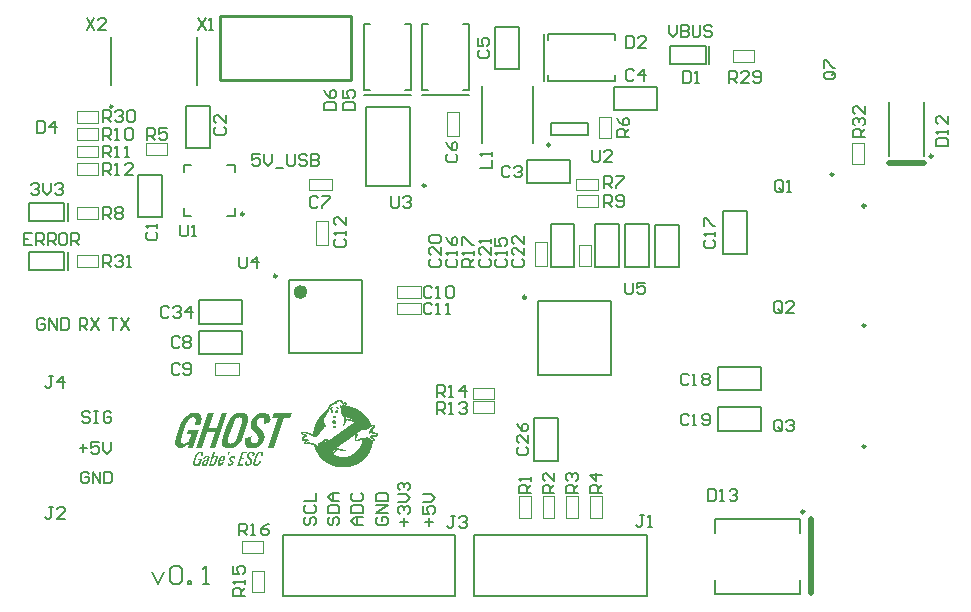
<source format=gto>
G04 Layer_Color=65535*
%FSLAX25Y25*%
%MOIN*%
G70*
G01*
G75*
%ADD10C,0.01000*%
%ADD45C,0.01968*%
%ADD55C,0.00984*%
%ADD56C,0.02362*%
%ADD57C,0.00197*%
%ADD58C,0.00787*%
%ADD59C,0.00051*%
%ADD60C,0.00591*%
G36*
X482407Y331301D02*
X482530Y331278D01*
X482645Y331240D01*
X482653D01*
X482668Y331232D01*
X482699Y331217D01*
X482729Y331194D01*
X482806Y331132D01*
X482875Y331048D01*
Y331040D01*
X482891Y331025D01*
X482898Y331002D01*
X482914Y330971D01*
X482952Y330879D01*
X482975Y330771D01*
Y330764D01*
X482983Y330748D01*
Y330718D01*
X482990Y330672D01*
Y330625D01*
Y330564D01*
X482983Y330433D01*
X482430Y330272D01*
Y330280D01*
Y330288D01*
Y330334D01*
X482422Y330387D01*
X482414Y330441D01*
Y330456D01*
X482407Y330487D01*
X482391Y330533D01*
X482368Y330595D01*
Y330602D01*
X482361Y330610D01*
X482345Y330641D01*
X482315Y330687D01*
X482268Y330725D01*
X482253Y330733D01*
X482222Y330748D01*
X482169Y330764D01*
X482100Y330771D01*
X482077D01*
X482046Y330764D01*
X482007D01*
X481915Y330733D01*
X481869Y330710D01*
X481823Y330679D01*
X481815D01*
X481808Y330664D01*
X481785Y330641D01*
X481762Y330618D01*
X481700Y330541D01*
X481654Y330433D01*
Y330426D01*
X481646Y330410D01*
Y330380D01*
Y330341D01*
Y330295D01*
X481662Y330249D01*
X481685Y330203D01*
X481723Y330157D01*
X482222Y329658D01*
X482238Y329642D01*
X482268Y329604D01*
X482307Y329550D01*
X482353Y329489D01*
X482361Y329473D01*
X482384Y329435D01*
X482414Y329374D01*
X482445Y329297D01*
Y329289D01*
X482453Y329281D01*
X482460Y329258D01*
Y329228D01*
X482476Y329151D01*
Y329059D01*
Y329051D01*
Y329036D01*
X482468Y329013D01*
Y328974D01*
X482453Y328882D01*
X482422Y328774D01*
Y328767D01*
X482414Y328759D01*
X482407Y328736D01*
X482391Y328705D01*
X482361Y328629D01*
X482307Y328536D01*
X482238Y328429D01*
X482153Y328321D01*
X482046Y328222D01*
X481923Y328129D01*
X481908Y328122D01*
X481861Y328099D01*
X481792Y328060D01*
X481693Y328022D01*
X481577Y327976D01*
X481439Y327945D01*
X481285Y327914D01*
X481124Y327907D01*
X481109D01*
X481055Y327914D01*
X480986Y327922D01*
X480901Y327937D01*
X480802Y327968D01*
X480710Y328007D01*
X480625Y328068D01*
X480548Y328145D01*
X480541Y328160D01*
X480525Y328191D01*
X480502Y328245D01*
X480471Y328314D01*
X480448Y328406D01*
X480425Y328513D01*
X480418Y328636D01*
X480425Y328774D01*
X480986Y328943D01*
Y328936D01*
Y328920D01*
Y328897D01*
X480994Y328867D01*
X481009Y328782D01*
X481032Y328698D01*
X481070Y328606D01*
X481124Y328521D01*
X481163Y328490D01*
X481201Y328467D01*
X481255Y328452D01*
X481309Y328444D01*
X481339D01*
X481362Y328452D01*
X481401D01*
X481493Y328483D01*
X481539Y328498D01*
X481585Y328529D01*
X481593Y328536D01*
X481600Y328544D01*
X481623Y328567D01*
X481646Y328598D01*
X481708Y328675D01*
X481754Y328774D01*
Y328782D01*
X481762Y328813D01*
X481769Y328859D01*
X481777Y328913D01*
Y328974D01*
Y329036D01*
X481754Y329097D01*
X481723Y329158D01*
X481224Y329658D01*
X481209Y329673D01*
X481178Y329704D01*
X481132Y329750D01*
X481086Y329796D01*
X481078Y329811D01*
X481055Y329842D01*
X481024Y329896D01*
X480986Y329957D01*
Y329965D01*
X480978Y329973D01*
X480971Y330019D01*
X480955Y330088D01*
X480948Y330172D01*
Y330180D01*
Y330195D01*
Y330218D01*
X480955Y330249D01*
X480971Y330334D01*
X480994Y330433D01*
Y330441D01*
X481001Y330449D01*
X481009Y330472D01*
X481024Y330503D01*
X481055Y330579D01*
X481109Y330679D01*
X481178Y330779D01*
X481262Y330894D01*
X481362Y330994D01*
X481485Y331086D01*
X481493D01*
X481500Y331094D01*
X481547Y331125D01*
X481616Y331155D01*
X481716Y331201D01*
X481831Y331240D01*
X481969Y331278D01*
X482123Y331301D01*
X482284Y331309D01*
X482361D01*
X482407Y331301D01*
D02*
G37*
G36*
X471578Y332630D02*
X471647Y332622D01*
X471732Y332614D01*
X471816Y332599D01*
X471908Y332568D01*
X471985Y332538D01*
X471993Y332530D01*
X472016Y332522D01*
X472054Y332499D01*
X472100Y332469D01*
X472146Y332430D01*
X472192Y332376D01*
X472238Y332323D01*
X472277Y332254D01*
X472285Y332246D01*
X472292Y332223D01*
X472300Y332184D01*
X472315Y332131D01*
X472331Y332069D01*
X472346Y331992D01*
X472354Y331908D01*
Y331816D01*
Y331808D01*
Y331770D01*
X472346Y331724D01*
X472338Y331655D01*
X472323Y331570D01*
X472308Y331470D01*
X472277Y331363D01*
X472246Y331240D01*
Y331232D01*
X472238Y331209D01*
X472223Y331163D01*
X472200Y331102D01*
X471532D01*
X471586Y331240D01*
Y331247D01*
X471593Y331271D01*
X471601Y331294D01*
X471609Y331332D01*
X471632Y331424D01*
X471655Y331516D01*
Y331524D01*
X471662Y331539D01*
Y331562D01*
X471670Y331593D01*
X471678Y331670D01*
X471686Y331754D01*
Y331762D01*
Y331777D01*
Y331823D01*
X471670Y331877D01*
X471647Y331939D01*
X471639Y331954D01*
X471616Y331977D01*
X471578Y332015D01*
X471517Y332046D01*
X471509D01*
X471501Y332054D01*
X471478Y332062D01*
X471455Y332069D01*
X471371Y332085D01*
X471271Y332092D01*
X471202D01*
X471148Y332085D01*
X471033Y332062D01*
X470910Y332015D01*
X470902D01*
X470887Y332000D01*
X470856Y331985D01*
X470818Y331962D01*
X470725Y331893D01*
X470626Y331800D01*
X470618Y331793D01*
X470603Y331777D01*
X470580Y331747D01*
X470556Y331708D01*
X470518Y331662D01*
X470480Y331616D01*
X470411Y331493D01*
Y331486D01*
X470395Y331463D01*
X470380Y331432D01*
X470357Y331378D01*
X470334Y331324D01*
X470311Y331255D01*
X470280Y331186D01*
X470249Y331102D01*
X469742Y329604D01*
Y329596D01*
X469735Y329573D01*
X469719Y329542D01*
X469704Y329504D01*
X469673Y329412D01*
X469643Y329304D01*
Y329297D01*
X469635Y329281D01*
Y329258D01*
X469627Y329220D01*
X469604Y329135D01*
X469589Y329036D01*
Y329028D01*
Y329013D01*
X469581Y328990D01*
Y328951D01*
X469573Y328874D01*
X469581Y328798D01*
Y328790D01*
Y328782D01*
X469596Y328736D01*
X469612Y328675D01*
X469635Y328613D01*
X469643Y328598D01*
X469673Y328567D01*
X469712Y328521D01*
X469773Y328483D01*
X469781D01*
X469789Y328475D01*
X469812Y328467D01*
X469835D01*
X469911Y328452D01*
X470011Y328444D01*
X470073D01*
X470111Y328452D01*
X470211Y328467D01*
X470318Y328506D01*
X470326D01*
X470341Y328521D01*
X470372Y328536D01*
X470403Y328552D01*
X470487Y328606D01*
X470564Y328675D01*
X470572Y328682D01*
X470580Y328698D01*
X470603Y328721D01*
X470633Y328751D01*
X470695Y328828D01*
X470764Y328936D01*
X470772Y328943D01*
X470779Y328966D01*
X470802Y328997D01*
X470825Y329036D01*
X470879Y329135D01*
X470933Y329251D01*
Y329258D01*
X470948Y329281D01*
X470956Y329312D01*
X470979Y329350D01*
X470994Y329404D01*
X471017Y329466D01*
X471063Y329604D01*
X471125Y329773D01*
X470457D01*
X470626Y330264D01*
X471954D01*
X471163Y327953D01*
X470672D01*
Y328444D01*
X470664Y328437D01*
X470656Y328421D01*
X470633Y328398D01*
X470603Y328360D01*
X470526Y328275D01*
X470426Y328175D01*
X470303Y328076D01*
X470157Y327991D01*
X470080Y327953D01*
X469996Y327930D01*
X469911Y327914D01*
X469827Y327907D01*
X469773D01*
X469712Y327914D01*
X469643D01*
X469558Y327930D01*
X469466Y327945D01*
X469382Y327960D01*
X469297Y327991D01*
X469289Y327999D01*
X469266Y328007D01*
X469228Y328030D01*
X469182Y328060D01*
X469090Y328137D01*
X469036Y328183D01*
X468997Y328237D01*
Y328245D01*
X468982Y328268D01*
X468967Y328298D01*
X468951Y328344D01*
X468936Y328406D01*
X468913Y328475D01*
X468905Y328552D01*
X468898Y328636D01*
Y328644D01*
Y328675D01*
Y328728D01*
X468905Y328790D01*
X468913Y328867D01*
X468921Y328951D01*
X468936Y329043D01*
X468951Y329143D01*
Y329158D01*
X468967Y329189D01*
X468974Y329243D01*
X468997Y329320D01*
X469021Y329412D01*
X469051Y329520D01*
X469090Y329635D01*
X469128Y329758D01*
X469527Y330933D01*
Y330940D01*
X469535Y330956D01*
X469543Y330979D01*
X469558Y331009D01*
X469589Y331094D01*
X469643Y331201D01*
X469704Y331332D01*
X469781Y331470D01*
X469873Y331624D01*
X469988Y331785D01*
X470111Y331946D01*
X470257Y332100D01*
X470411Y332246D01*
X470587Y332369D01*
X470779Y332484D01*
X470987Y332561D01*
X471102Y332599D01*
X471217Y332622D01*
X471340Y332630D01*
X471463Y332638D01*
X471517D01*
X471578Y332630D01*
D02*
G37*
G36*
X491638D02*
X491715Y332622D01*
X491799Y332614D01*
X491884Y332599D01*
X491976Y332568D01*
X492053Y332538D01*
X492061Y332530D01*
X492084Y332522D01*
X492122Y332499D01*
X492168Y332469D01*
X492214Y332430D01*
X492260Y332384D01*
X492306Y332323D01*
X492337Y332261D01*
Y332254D01*
X492352Y332230D01*
X492360Y332192D01*
X492375Y332138D01*
X492383Y332077D01*
X492398Y332000D01*
Y331923D01*
Y331831D01*
Y331823D01*
Y331785D01*
X492391Y331739D01*
X492383Y331670D01*
X492368Y331585D01*
X492352Y331486D01*
X492322Y331378D01*
X492291Y331255D01*
Y331247D01*
X492276Y331217D01*
X492260Y331171D01*
X492237Y331102D01*
X491577D01*
X491623Y331247D01*
Y331255D01*
X491630Y331271D01*
X491638Y331294D01*
X491646Y331332D01*
X491669Y331401D01*
X491692Y331478D01*
Y331486D01*
X491700Y331493D01*
X491707Y331539D01*
X491723Y331601D01*
X491738Y331678D01*
Y331685D01*
Y331693D01*
X491746Y331739D01*
X491738Y331800D01*
X491730Y331854D01*
Y331870D01*
X491715Y331893D01*
X491700Y331939D01*
X491669Y331977D01*
X491661Y331985D01*
X491638Y332008D01*
X491600Y332038D01*
X491546Y332062D01*
X491531Y332069D01*
X491492Y332077D01*
X491423Y332085D01*
X491339Y332092D01*
X491277D01*
X491239Y332085D01*
X491147Y332069D01*
X491047Y332038D01*
X491039D01*
X491024Y332031D01*
X491001Y332023D01*
X490970Y332008D01*
X490901Y331962D01*
X490824Y331908D01*
X490816D01*
X490809Y331893D01*
X490770Y331854D01*
X490709Y331785D01*
X490647Y331693D01*
Y331685D01*
X490632Y331670D01*
X490617Y331639D01*
X490601Y331608D01*
X490555Y331524D01*
X490509Y331424D01*
Y331416D01*
X490501Y331401D01*
X490486Y331370D01*
X490478Y331332D01*
X490455Y331286D01*
X490440Y331232D01*
X490394Y331102D01*
X489826Y329443D01*
Y329435D01*
X489818Y329412D01*
X489810Y329381D01*
X489795Y329343D01*
X489764Y329243D01*
X489741Y329135D01*
Y329128D01*
X489734Y329112D01*
Y329089D01*
X489726Y329051D01*
X489710Y328966D01*
X489703Y328867D01*
Y328859D01*
Y328844D01*
Y328821D01*
X489710Y328790D01*
X489718Y328721D01*
X489734Y328644D01*
X489741Y328629D01*
X489764Y328598D01*
X489803Y328544D01*
X489864Y328498D01*
X489872D01*
X489879Y328490D01*
X489902Y328483D01*
X489925Y328475D01*
X490002Y328452D01*
X490102Y328444D01*
X490156D01*
X490194Y328452D01*
X490279Y328467D01*
X490371Y328498D01*
X490379D01*
X490394Y328506D01*
X490417Y328521D01*
X490448Y328536D01*
X490517Y328583D01*
X490594Y328644D01*
X490601Y328652D01*
X490609Y328659D01*
X490647Y328705D01*
X490701Y328782D01*
X490763Y328874D01*
X490770Y328882D01*
X490778Y328897D01*
X490793Y328928D01*
X490809Y328959D01*
X490855Y329043D01*
X490901Y329143D01*
Y329151D01*
X490908Y329166D01*
X490924Y329197D01*
X490939Y329228D01*
X490955Y329274D01*
X490970Y329328D01*
X491016Y329443D01*
X491070Y329604D01*
X491730D01*
X491677Y329443D01*
Y329435D01*
X491669Y329427D01*
X491653Y329381D01*
X491630Y329312D01*
X491592Y329228D01*
X491554Y329128D01*
X491508Y329020D01*
X491454Y328913D01*
X491392Y328805D01*
X491385Y328790D01*
X491362Y328759D01*
X491331Y328713D01*
X491292Y328644D01*
X491239Y328575D01*
X491170Y328490D01*
X491101Y328406D01*
X491024Y328329D01*
X491016Y328321D01*
X490985Y328298D01*
X490947Y328260D01*
X490885Y328214D01*
X490816Y328160D01*
X490732Y328106D01*
X490632Y328060D01*
X490532Y328014D01*
X490517Y328007D01*
X490486Y327999D01*
X490425Y327983D01*
X490356Y327960D01*
X490263Y327937D01*
X490156Y327922D01*
X490041Y327914D01*
X489918Y327907D01*
X489872D01*
X489818Y327914D01*
X489749D01*
X489672Y327922D01*
X489588Y327937D01*
X489503Y327960D01*
X489426Y327983D01*
X489419Y327991D01*
X489396Y327999D01*
X489357Y328022D01*
X489319Y328045D01*
X489227Y328114D01*
X489181Y328160D01*
X489142Y328214D01*
Y328222D01*
X489127Y328237D01*
X489111Y328275D01*
X489096Y328314D01*
X489073Y328367D01*
X489058Y328429D01*
X489042Y328498D01*
X489035Y328575D01*
Y328583D01*
Y328613D01*
Y328659D01*
Y328721D01*
Y328790D01*
X489042Y328867D01*
X489065Y329043D01*
Y329059D01*
X489073Y329089D01*
X489088Y329143D01*
X489104Y329212D01*
X489127Y329297D01*
X489150Y329389D01*
X489181Y329496D01*
X489219Y329612D01*
X489672Y330933D01*
X489680Y330948D01*
X489687Y330986D01*
X489710Y331048D01*
X489741Y331125D01*
X489772Y331209D01*
X489810Y331301D01*
X489895Y331493D01*
X489902Y331509D01*
X489918Y331539D01*
X489941Y331585D01*
X489979Y331647D01*
X490018Y331716D01*
X490064Y331800D01*
X490179Y331962D01*
X490187Y331969D01*
X490210Y332000D01*
X490240Y332038D01*
X490286Y332092D01*
X490340Y332146D01*
X490402Y332215D01*
X490540Y332330D01*
X490548Y332338D01*
X490571Y332353D01*
X490617Y332384D01*
X490670Y332415D01*
X490732Y332446D01*
X490809Y332484D01*
X490885Y332522D01*
X490978Y332553D01*
X490993Y332561D01*
X491024Y332568D01*
X491070Y332584D01*
X491139Y332599D01*
X491223Y332614D01*
X491316Y332622D01*
X491415Y332638D01*
X491577D01*
X491638Y332630D01*
D02*
G37*
G36*
X486884Y332092D02*
X485724D01*
X485210Y330602D01*
X486039D01*
X485870Y330103D01*
X485041D01*
X484480Y328444D01*
X485640D01*
X485471Y327953D01*
X483651D01*
X485225Y332592D01*
X487053D01*
X486884Y332092D01*
D02*
G37*
G36*
X475833Y330940D02*
X475840Y330948D01*
X475856Y330956D01*
X475902Y330994D01*
X475963Y331040D01*
X476017Y331079D01*
X476032Y331086D01*
X476063Y331109D01*
X476117Y331140D01*
X476186Y331186D01*
X476194D01*
X476209Y331194D01*
X476232Y331209D01*
X476255Y331224D01*
X476332Y331255D01*
X476409Y331278D01*
X476416D01*
X476424Y331286D01*
X476447D01*
X476478Y331294D01*
X476547Y331301D01*
X476631Y331309D01*
X476693D01*
X476731Y331301D01*
X476823Y331286D01*
X476908Y331247D01*
X476916D01*
X476923Y331240D01*
X476969Y331209D01*
X477031Y331163D01*
X477077Y331102D01*
X477084Y331086D01*
X477100Y331063D01*
X477108Y331040D01*
X477131Y330963D01*
X477138Y330856D01*
Y330848D01*
Y330825D01*
Y330794D01*
Y330756D01*
Y330664D01*
X477131Y330564D01*
Y330556D01*
Y330541D01*
X477123Y330510D01*
X477115Y330472D01*
X477108Y330426D01*
X477092Y330364D01*
X477077Y330295D01*
X477054Y330218D01*
Y330211D01*
X477046Y330180D01*
X477038Y330142D01*
X477023Y330088D01*
X476992Y329973D01*
X476969Y329911D01*
X476954Y329857D01*
Y329850D01*
X476946Y329834D01*
X476939Y329804D01*
X476923Y329765D01*
X476900Y329712D01*
X476885Y329650D01*
X476862Y329573D01*
X476831Y329489D01*
X476816Y329443D01*
Y329435D01*
X476800Y329404D01*
X476785Y329366D01*
X476770Y329312D01*
X476739Y329243D01*
X476716Y329174D01*
X476647Y329020D01*
Y329013D01*
X476631Y328990D01*
X476616Y328943D01*
X476585Y328897D01*
X476555Y328836D01*
X476524Y328767D01*
X476432Y328613D01*
X476424Y328606D01*
X476409Y328583D01*
X476386Y328536D01*
X476347Y328490D01*
X476263Y328375D01*
X476155Y328252D01*
X476148Y328245D01*
X476132Y328229D01*
X476101Y328199D01*
X476063Y328160D01*
X476017Y328122D01*
X475963Y328083D01*
X475833Y327999D01*
X475825D01*
X475802Y327983D01*
X475764Y327968D01*
X475717Y327953D01*
X475664Y327937D01*
X475602Y327922D01*
X475533Y327914D01*
X475464Y327907D01*
X475433D01*
X475395Y327914D01*
X475349Y327922D01*
X475241Y327945D01*
X475180Y327968D01*
X475134Y327999D01*
X475126Y328007D01*
X475111Y328014D01*
X475088Y328037D01*
X475065Y328068D01*
X474988Y328145D01*
X474919Y328252D01*
X474811Y327953D01*
X474151D01*
X475725Y332592D01*
X476393D01*
X475833Y330940D01*
D02*
G37*
G36*
X479066Y331301D02*
X479181Y331286D01*
X479296Y331255D01*
X479304D01*
X479319Y331247D01*
X479350Y331232D01*
X479381Y331217D01*
X479450Y331163D01*
X479511Y331086D01*
Y331079D01*
X479519Y331071D01*
X479534Y331048D01*
X479550Y331017D01*
X479580Y330940D01*
X479604Y330840D01*
Y330833D01*
Y330817D01*
X479611Y330787D01*
Y330748D01*
Y330695D01*
Y330641D01*
X479596Y330503D01*
Y330495D01*
X479588Y330472D01*
X479580Y330433D01*
X479573Y330380D01*
X479565Y330326D01*
X479550Y330257D01*
X479511Y330118D01*
Y330111D01*
X479504Y330088D01*
X479496Y330049D01*
X479481Y329996D01*
X479458Y329934D01*
X479435Y329857D01*
X479412Y329781D01*
X479381Y329688D01*
X479358Y329604D01*
X478029D01*
X477975Y329443D01*
Y329435D01*
X477968Y329412D01*
X477952Y329381D01*
X477937Y329335D01*
Y329328D01*
X477929Y329320D01*
X477914Y329274D01*
X477891Y329212D01*
X477868Y329135D01*
Y329128D01*
X477860Y329120D01*
X477852Y329074D01*
X477830Y329013D01*
X477806Y328936D01*
Y328928D01*
Y328920D01*
X477791Y328874D01*
X477783Y328813D01*
X477776Y328744D01*
Y328728D01*
Y328690D01*
Y328644D01*
Y328590D01*
Y328583D01*
X477791Y328552D01*
X477806Y328513D01*
X477837Y328483D01*
X477845Y328475D01*
X477868Y328467D01*
X477914Y328452D01*
X477968Y328444D01*
X477983D01*
X478029Y328452D01*
X478083Y328460D01*
X478144Y328483D01*
X478152D01*
X478160Y328490D01*
X478198Y328513D01*
X478244Y328552D01*
X478290Y328606D01*
Y328613D01*
X478298Y328621D01*
X478329Y328659D01*
X478359Y328713D01*
X478390Y328767D01*
Y328774D01*
X478398Y328782D01*
X478413Y328821D01*
X478444Y328890D01*
X478475Y328966D01*
X478521Y329112D01*
X479181D01*
X479135Y328974D01*
Y328966D01*
X479127Y328951D01*
X479112Y328920D01*
X479097Y328890D01*
X479081Y328844D01*
X479058Y328790D01*
X478997Y328675D01*
X478920Y328544D01*
X478828Y328414D01*
X478720Y328291D01*
X478605Y328175D01*
X478590Y328168D01*
X478544Y328137D01*
X478475Y328091D01*
X478375Y328045D01*
X478260Y327991D01*
X478114Y327953D01*
X477952Y327922D01*
X477776Y327907D01*
X477737D01*
X477691Y327914D01*
X477637D01*
X477507Y327937D01*
X477446Y327960D01*
X477384Y327983D01*
X477376Y327991D01*
X477361Y327999D01*
X477338Y328014D01*
X477307Y328045D01*
X477238Y328106D01*
X477200Y328152D01*
X477177Y328199D01*
Y328206D01*
X477169Y328222D01*
X477161Y328252D01*
X477146Y328291D01*
X477138Y328344D01*
X477131Y328406D01*
X477123Y328467D01*
Y328544D01*
Y328552D01*
Y328583D01*
X477131Y328621D01*
Y328675D01*
X477138Y328736D01*
X477146Y328805D01*
X477177Y328959D01*
Y328966D01*
X477184Y328997D01*
X477200Y329043D01*
X477215Y329097D01*
X477230Y329174D01*
X477253Y329251D01*
X477284Y329350D01*
X477315Y329450D01*
Y329458D01*
X477323Y329489D01*
X477338Y329527D01*
X477353Y329589D01*
X477376Y329650D01*
X477399Y329719D01*
X477461Y329880D01*
X477468Y329896D01*
X477476Y329926D01*
X477492Y329973D01*
X477522Y330034D01*
X477545Y330111D01*
X477576Y330188D01*
X477645Y330341D01*
X477653Y330349D01*
X477661Y330372D01*
X477684Y330418D01*
X477714Y330464D01*
X477745Y330526D01*
X477783Y330595D01*
X477876Y330733D01*
X477883Y330741D01*
X477899Y330764D01*
X477922Y330802D01*
X477960Y330840D01*
X478045Y330940D01*
X478152Y331040D01*
X478160Y331048D01*
X478183Y331063D01*
X478214Y331086D01*
X478252Y331109D01*
X478306Y331140D01*
X478367Y331171D01*
X478505Y331232D01*
X478513D01*
X478544Y331247D01*
X478582Y331255D01*
X478636Y331271D01*
X478697Y331286D01*
X478774Y331294D01*
X478943Y331309D01*
X479020D01*
X479066Y331301D01*
D02*
G37*
G36*
X473805D02*
X473882Y331294D01*
X473982Y331271D01*
X474089Y331240D01*
X474189Y331186D01*
X474281Y331117D01*
X474358Y331025D01*
X474366Y331009D01*
X474381Y330971D01*
X474404Y330910D01*
X474427Y330825D01*
X474435Y330718D01*
Y330587D01*
X474420Y330441D01*
X474373Y330272D01*
X473867Y328774D01*
Y328767D01*
X473859Y328751D01*
X473851Y328728D01*
X473836Y328690D01*
X473828Y328644D01*
X473813Y328598D01*
X473774Y328483D01*
X473744Y328344D01*
X473705Y328214D01*
X473682Y328076D01*
X473667Y327953D01*
X473006D01*
X473090Y328436D01*
X473091Y328437D01*
Y328444D01*
X473090Y328436D01*
X473076Y328429D01*
X473037Y328391D01*
X472991Y328337D01*
X472945Y328283D01*
X472937Y328275D01*
X472914Y328245D01*
X472868Y328199D01*
X472807Y328145D01*
X472799D01*
X472791Y328129D01*
X472753Y328099D01*
X472699Y328053D01*
X472638Y328014D01*
X472622Y328007D01*
X472584Y327991D01*
X472530Y327960D01*
X472453Y327937D01*
X472446D01*
X472438Y327930D01*
X472392Y327922D01*
X472323Y327914D01*
X472238Y327907D01*
X472223D01*
X472192Y327914D01*
X472146Y327922D01*
X472085Y327937D01*
X472023Y327968D01*
X471954Y328007D01*
X471901Y328068D01*
X471847Y328145D01*
X471839Y328152D01*
X471831Y328183D01*
X471816Y328237D01*
X471808Y328298D01*
X471801Y328383D01*
Y328475D01*
X471808Y328575D01*
X471839Y328682D01*
X471847Y328690D01*
X471854Y328721D01*
X471877Y328767D01*
X471901Y328828D01*
X471931Y328897D01*
X471970Y328966D01*
X472070Y329120D01*
X472077Y329128D01*
X472092Y329151D01*
X472123Y329189D01*
X472162Y329235D01*
X472254Y329335D01*
X472308Y329389D01*
X472354Y329435D01*
X472361Y329443D01*
X472377Y329458D01*
X472407Y329481D01*
X472453Y329512D01*
X472507Y329542D01*
X472569Y329581D01*
X472646Y329627D01*
X472738Y329673D01*
X472745Y329681D01*
X472776Y329696D01*
X472822Y329719D01*
X472884Y329742D01*
X473006Y329804D01*
X473060Y329827D01*
X473114Y329850D01*
X473122D01*
X473137Y329857D01*
X473168Y329873D01*
X473214Y329888D01*
X473275Y329911D01*
X473352Y329934D01*
X473436Y329965D01*
X473544Y330003D01*
X473552D01*
X473575Y330011D01*
X473605Y330026D01*
X473629Y330034D01*
X473705Y330272D01*
Y330280D01*
X473721Y330311D01*
X473728Y330357D01*
X473744Y330418D01*
X473767Y330541D01*
X473774Y330610D01*
X473767Y330664D01*
Y330672D01*
X473759Y330687D01*
X473751Y330710D01*
X473736Y330733D01*
X473713Y330756D01*
X473675Y330779D01*
X473621Y330794D01*
X473559Y330802D01*
X473529D01*
X473498Y330794D01*
X473460Y330787D01*
X473414Y330771D01*
X473360Y330748D01*
X473314Y330718D01*
X473268Y330679D01*
X473260Y330672D01*
X473252Y330656D01*
X473229Y330633D01*
X473206Y330595D01*
X473175Y330549D01*
X473145Y330495D01*
X473106Y330433D01*
X473076Y330357D01*
Y330349D01*
X473068Y330334D01*
X473060Y330311D01*
X473045Y330272D01*
X472384D01*
Y330280D01*
X472392Y330295D01*
X472400Y330318D01*
X472415Y330349D01*
X472453Y330441D01*
X472507Y330549D01*
X472584Y330664D01*
X472676Y330794D01*
X472784Y330910D01*
X472907Y331025D01*
X472914D01*
X472922Y331040D01*
X472945Y331048D01*
X472968Y331071D01*
X473045Y331117D01*
X473145Y331171D01*
X473268Y331217D01*
X473406Y331263D01*
X473559Y331294D01*
X473728Y331309D01*
X473774D01*
X473805Y331301D01*
D02*
G37*
G36*
X488612Y332630D02*
X488658D01*
X488712Y332622D01*
X488835Y332607D01*
X488966Y332568D01*
X489104Y332522D01*
X489227Y332453D01*
X489280Y332407D01*
X489326Y332361D01*
X489334Y332346D01*
X489365Y332307D01*
X489396Y332246D01*
X489434Y332161D01*
X489465Y332054D01*
X489488Y331916D01*
X489495Y331762D01*
X489488Y331678D01*
X489472Y331585D01*
Y331578D01*
X489465Y331547D01*
X489457Y331493D01*
X489442Y331432D01*
X488720Y331263D01*
Y331271D01*
X488727Y331301D01*
X488735Y331340D01*
X488750Y331401D01*
Y331416D01*
X488758Y331455D01*
X488766Y331509D01*
X488773Y331585D01*
Y331662D01*
X488766Y331747D01*
X488750Y331823D01*
X488720Y331900D01*
X488712Y331908D01*
X488704Y331931D01*
X488674Y331962D01*
X488643Y332000D01*
X488589Y332031D01*
X488520Y332062D01*
X488436Y332085D01*
X488336Y332092D01*
X488297D01*
X488251Y332085D01*
X488198Y332077D01*
X488128Y332062D01*
X488059Y332038D01*
X487990Y332008D01*
X487921Y331962D01*
X487913Y331954D01*
X487890Y331939D01*
X487860Y331908D01*
X487829Y331870D01*
X487783Y331816D01*
X487744Y331754D01*
X487706Y331678D01*
X487668Y331593D01*
Y331585D01*
X487660Y331578D01*
X487652Y331532D01*
X487637Y331455D01*
X487629Y331363D01*
X487637Y331263D01*
X487660Y331148D01*
X487706Y331040D01*
X487737Y330986D01*
X487775Y330933D01*
X488382Y330272D01*
X488389Y330264D01*
X488405Y330249D01*
X488428Y330218D01*
X488451Y330180D01*
X488482Y330126D01*
X488520Y330065D01*
X488551Y329988D01*
X488589Y329911D01*
X488620Y329819D01*
X488643Y329719D01*
X488666Y329619D01*
X488674Y329504D01*
X488681Y329381D01*
X488666Y329258D01*
X488643Y329128D01*
X488604Y328990D01*
Y328982D01*
X488597Y328966D01*
X488589Y328943D01*
X488574Y328905D01*
X488551Y328859D01*
X488528Y328813D01*
X488466Y328698D01*
X488389Y328567D01*
X488290Y328437D01*
X488167Y328306D01*
X488021Y328191D01*
X488013D01*
X488005Y328175D01*
X487982Y328168D01*
X487952Y328145D01*
X487906Y328122D01*
X487860Y328099D01*
X487744Y328053D01*
X487606Y327999D01*
X487445Y327953D01*
X487268Y327922D01*
X487076Y327907D01*
X487015D01*
X486976Y327914D01*
X486923D01*
X486869Y327930D01*
X486738Y327953D01*
X486600Y327999D01*
X486462Y328060D01*
X486339Y328152D01*
X486293Y328206D01*
X486247Y328268D01*
Y328275D01*
X486239Y328283D01*
X486231Y328306D01*
X486216Y328337D01*
X486201Y328375D01*
X486193Y328421D01*
X486178Y328475D01*
X486162Y328529D01*
X486147Y328675D01*
Y328851D01*
X486170Y329051D01*
X486185Y329158D01*
X486216Y329274D01*
X486938Y329443D01*
Y329435D01*
X486930Y329397D01*
X486915Y329350D01*
X486900Y329289D01*
X486892Y329212D01*
X486876Y329128D01*
X486869Y328943D01*
X486876Y328851D01*
X486892Y328759D01*
X486915Y328675D01*
X486953Y328598D01*
X486999Y328536D01*
X487069Y328490D01*
X487153Y328452D01*
X487260Y328444D01*
X487307D01*
X487345Y328452D01*
X487430Y328467D01*
X487529Y328506D01*
X487644Y328567D01*
X487698Y328606D01*
X487752Y328652D01*
X487806Y328713D01*
X487852Y328782D01*
X487890Y328859D01*
X487929Y328943D01*
Y328951D01*
X487936Y328966D01*
X487944Y328997D01*
X487959Y329036D01*
X487975Y329120D01*
X487982Y329212D01*
Y329220D01*
Y329235D01*
Y329258D01*
X487975Y329289D01*
X487967Y329366D01*
X487936Y329443D01*
Y329450D01*
X487929Y329458D01*
X487906Y329504D01*
X487875Y329558D01*
X487844Y329612D01*
X487837Y329627D01*
X487814Y329658D01*
X487767Y329712D01*
X487714Y329773D01*
X487107Y330433D01*
X487099Y330441D01*
X487084Y330464D01*
X487053Y330510D01*
X487022Y330564D01*
X486984Y330625D01*
X486953Y330702D01*
X486923Y330794D01*
X486900Y330894D01*
Y330910D01*
X486892Y330940D01*
Y331002D01*
Y331079D01*
X486900Y331171D01*
X486915Y331271D01*
X486938Y331393D01*
X486976Y331516D01*
Y331524D01*
X486984Y331539D01*
X486999Y331562D01*
X487007Y331601D01*
X487030Y331647D01*
X487053Y331693D01*
X487115Y331808D01*
X487199Y331939D01*
X487307Y332077D01*
X487430Y332207D01*
X487575Y332330D01*
X487583D01*
X487598Y332346D01*
X487621Y332361D01*
X487652Y332376D01*
X487691Y332400D01*
X487737Y332430D01*
X487852Y332484D01*
X487990Y332538D01*
X488151Y332592D01*
X488328Y332622D01*
X488520Y332638D01*
X488574D01*
X488612Y332630D01*
D02*
G37*
G36*
X492514Y345602D02*
X492629D01*
X492764Y345583D01*
X493071Y345525D01*
X493417Y345448D01*
X493744Y345313D01*
X494071Y345140D01*
X494205Y345044D01*
X494321Y344910D01*
X494340Y344871D01*
X494417Y344775D01*
X494513Y344621D01*
X494609Y344391D01*
X494686Y344103D01*
X494744Y343776D01*
X494763Y343372D01*
X494744Y343142D01*
X494705Y342911D01*
Y342892D01*
X494686Y342815D01*
X494667Y342757D01*
X494648Y342661D01*
X494628Y342565D01*
X494590Y342430D01*
X492553Y341988D01*
Y342007D01*
X492572Y342027D01*
X492591Y342123D01*
X492610Y342257D01*
X492649Y342411D01*
Y342450D01*
X492668Y342546D01*
X492687Y342680D01*
X492706Y342853D01*
Y343045D01*
X492687Y343238D01*
X492649Y343430D01*
X492591Y343603D01*
Y343622D01*
X492553Y343660D01*
X492495Y343737D01*
X492418Y343814D01*
X492303Y343891D01*
X492149Y343968D01*
X491976Y344006D01*
X491745Y344026D01*
X491649D01*
X491553Y344006D01*
X491438Y343987D01*
X491284Y343949D01*
X491130Y343910D01*
X490976Y343833D01*
X490823Y343737D01*
X490803Y343718D01*
X490765Y343680D01*
X490688Y343622D01*
X490611Y343526D01*
X490534Y343411D01*
X490438Y343276D01*
X490342Y343122D01*
X490265Y342930D01*
Y342911D01*
X490246Y342892D01*
X490227Y342776D01*
X490188Y342603D01*
X490150Y342392D01*
Y342161D01*
X490169Y341911D01*
X490208Y341681D01*
X490323Y341450D01*
X491995Y339605D01*
X492014Y339586D01*
X492053Y339547D01*
X492110Y339490D01*
X492187Y339394D01*
X492264Y339278D01*
X492341Y339124D01*
X492437Y338971D01*
X492533Y338779D01*
X492610Y338567D01*
X492668Y338336D01*
X492726Y338087D01*
X492764Y337798D01*
Y337510D01*
X492745Y337203D01*
X492668Y336876D01*
X492572Y336530D01*
Y336511D01*
X492553Y336472D01*
X492533Y336415D01*
X492495Y336318D01*
X492437Y336203D01*
X492380Y336088D01*
X492226Y335780D01*
X492014Y335454D01*
X491745Y335127D01*
X491438Y334781D01*
X491053Y334492D01*
X491034D01*
X491015Y334454D01*
X490938Y334435D01*
X490861Y334377D01*
X490765Y334319D01*
X490650Y334262D01*
X490361Y334127D01*
X489996Y333993D01*
X489593Y333877D01*
X489131Y333801D01*
X488632Y333762D01*
X488478D01*
X488382Y333781D01*
X488247D01*
X488094Y333820D01*
X487767Y333877D01*
X487401Y333993D01*
X487056Y334147D01*
X486748Y334377D01*
X486614Y334531D01*
X486498Y334685D01*
Y334704D01*
X486479Y334723D01*
X486460Y334781D01*
X486421Y334858D01*
X486402Y334954D01*
X486364Y335069D01*
X486325Y335204D01*
X486306Y335377D01*
X486287Y335550D01*
X486268Y335742D01*
Y335953D01*
Y336203D01*
X486287Y336453D01*
X486344Y336722D01*
X486402Y337010D01*
X486479Y337318D01*
X488516Y337779D01*
Y337760D01*
X488497Y337683D01*
X488459Y337548D01*
X488420Y337395D01*
X488401Y337203D01*
X488363Y337010D01*
X488343Y336549D01*
Y336318D01*
X488363Y336107D01*
X488420Y335896D01*
X488497Y335703D01*
X488612Y335550D01*
X488766Y335434D01*
X488958Y335338D01*
X489189Y335319D01*
X489285D01*
X489362Y335338D01*
X489554Y335377D01*
X489785Y335454D01*
X490015Y335588D01*
X490150Y335684D01*
X490265Y335800D01*
X490381Y335915D01*
X490477Y336069D01*
X490573Y336242D01*
X490650Y336434D01*
Y336453D01*
X490669Y336491D01*
X490688Y336549D01*
X490707Y336626D01*
X490746Y336837D01*
X490765Y337049D01*
Y337068D01*
Y337106D01*
Y337145D01*
X490746Y337222D01*
X490727Y337395D01*
X490650Y337587D01*
Y337606D01*
X490630Y337625D01*
X490592Y337741D01*
X490515Y337856D01*
X490438Y337991D01*
X490419Y338010D01*
X490361Y338087D01*
X490265Y338202D01*
X490131Y338356D01*
X488766Y339951D01*
X488747Y339970D01*
X488689Y340047D01*
X488593Y340143D01*
X488478Y340297D01*
X488363Y340470D01*
X488266Y340662D01*
X488170Y340893D01*
X488113Y341143D01*
Y341181D01*
X488094Y341277D01*
Y341412D01*
Y341604D01*
X488113Y341854D01*
X488151Y342123D01*
X488209Y342430D01*
X488305Y342757D01*
Y342776D01*
X488324Y342815D01*
X488363Y342892D01*
X488401Y342969D01*
X488439Y343084D01*
X488497Y343218D01*
X488670Y343507D01*
X488862Y343833D01*
X489131Y344179D01*
X489458Y344525D01*
X489823Y344833D01*
X489843D01*
X489881Y344871D01*
X489939Y344910D01*
X490015Y344948D01*
X490111Y345025D01*
X490246Y345083D01*
X490534Y345236D01*
X490900Y345371D01*
X491322Y345506D01*
X491784Y345583D01*
X492283Y345621D01*
X492418D01*
X492514Y345602D01*
D02*
G37*
G36*
X469758D02*
X469950Y345583D01*
X470161Y345563D01*
X470373Y345525D01*
X470603Y345448D01*
X470815Y345371D01*
X470834Y345352D01*
X470911Y345333D01*
X470988Y345275D01*
X471103Y345179D01*
X471238Y345083D01*
X471353Y344967D01*
X471468Y344814D01*
X471564Y344641D01*
X471584Y344621D01*
X471603Y344564D01*
X471622Y344448D01*
X471660Y344314D01*
X471699Y344160D01*
X471737Y343968D01*
X471757Y343757D01*
Y343526D01*
Y343507D01*
Y343411D01*
X471737Y343276D01*
X471718Y343103D01*
X471680Y342892D01*
X471641Y342642D01*
X471564Y342373D01*
X471487Y342084D01*
X471468Y342065D01*
X471449Y341969D01*
X471391Y341815D01*
X471314Y341585D01*
X469431D01*
X469585Y342065D01*
Y342084D01*
X469604Y342123D01*
X469623Y342200D01*
X469662Y342296D01*
X469719Y342507D01*
X469777Y342719D01*
Y342738D01*
X469796Y342776D01*
Y342815D01*
X469815Y342892D01*
X469835Y343065D01*
Y343257D01*
Y343276D01*
Y343295D01*
X469815Y343411D01*
X469796Y343545D01*
X469738Y343680D01*
X469719Y343699D01*
X469681Y343776D01*
X469585Y343853D01*
X469450Y343930D01*
X469412Y343949D01*
X469315Y343987D01*
X469142Y344006D01*
X468912Y344026D01*
X468739D01*
X468643Y344006D01*
X468374Y343949D01*
X468085Y343853D01*
X468066D01*
X468028Y343833D01*
X467951Y343795D01*
X467874Y343737D01*
X467663Y343584D01*
X467451Y343372D01*
X467432Y343353D01*
X467413Y343315D01*
X467355Y343257D01*
X467297Y343161D01*
X467144Y342949D01*
X466971Y342661D01*
Y342642D01*
X466932Y342584D01*
X466894Y342507D01*
X466836Y342392D01*
X466779Y342257D01*
X466721Y342104D01*
X466644Y341911D01*
X466567Y341719D01*
X465337Y338048D01*
Y338029D01*
X465318Y337971D01*
X465279Y337895D01*
X465260Y337798D01*
X465183Y337568D01*
X465106Y337318D01*
Y337299D01*
X465087Y337260D01*
Y337203D01*
X465068Y337126D01*
X465010Y336933D01*
X464972Y336684D01*
Y336664D01*
Y336626D01*
X464953Y336568D01*
Y336491D01*
X464933Y336299D01*
Y336107D01*
Y336088D01*
Y336069D01*
X464972Y335972D01*
X465010Y335838D01*
X465068Y335684D01*
X465087Y335665D01*
X465145Y335588D01*
X465222Y335492D01*
X465356Y335415D01*
X465375D01*
X465395Y335396D01*
X465510Y335377D01*
X465664Y335338D01*
X465894Y335319D01*
X466029D01*
X466125Y335338D01*
X466336Y335377D01*
X466567Y335454D01*
X466586D01*
X466625Y335473D01*
X466682Y335511D01*
X466759Y335569D01*
X466932Y335684D01*
X467124Y335838D01*
X467144Y335857D01*
X467163Y335876D01*
X467220Y335934D01*
X467278Y335992D01*
X467432Y336184D01*
X467586Y336434D01*
X467605Y336453D01*
X467624Y336491D01*
X467663Y336568D01*
X467720Y336664D01*
X467855Y336914D01*
X467989Y337183D01*
Y337203D01*
X468028Y337260D01*
X468047Y337337D01*
X468105Y337433D01*
X468143Y337568D01*
X468201Y337702D01*
X468316Y338048D01*
X468412Y338336D01*
X466779D01*
X467278Y339778D01*
X470795D01*
X468777Y333858D01*
X467336D01*
X467430Y335048D01*
X465356Y333762D01*
X465222D01*
X465068Y333781D01*
X464895D01*
X464664Y333820D01*
X464453Y333858D01*
X464222Y333897D01*
X464011Y333974D01*
X463992Y333993D01*
X463934Y334012D01*
X463838Y334070D01*
X463723Y334147D01*
X463473Y334339D01*
X463338Y334473D01*
X463242Y334608D01*
Y334627D01*
X463203Y334685D01*
X463165Y334762D01*
X463127Y334877D01*
X463088Y335031D01*
X463031Y335204D01*
X463011Y335396D01*
X462992Y335607D01*
Y335627D01*
Y335723D01*
Y335838D01*
Y335992D01*
X463011Y336184D01*
X463031Y336395D01*
X463107Y336876D01*
Y336914D01*
X463146Y336991D01*
X463165Y337145D01*
X463223Y337318D01*
X463280Y337548D01*
X463357Y337818D01*
X463453Y338106D01*
X463550Y338433D01*
X464549Y341316D01*
Y341335D01*
X464568Y341373D01*
X464587Y341431D01*
X464626Y341508D01*
X464703Y341719D01*
X464837Y341988D01*
X464991Y342315D01*
X465202Y342680D01*
X465433Y343065D01*
X465721Y343468D01*
X466029Y343872D01*
X466394Y344256D01*
X466798Y344621D01*
X467240Y344948D01*
X467739Y345217D01*
X468258Y345429D01*
X468547Y345506D01*
X468835Y345583D01*
X469142Y345602D01*
X469469Y345621D01*
X469604D01*
X469758Y345602D01*
D02*
G37*
G36*
X476389Y333858D02*
X474486D01*
X476292Y339144D01*
X473698D01*
X471910Y333858D01*
X470007D01*
X473967Y345506D01*
X475870D01*
X474197Y340624D01*
X476792D01*
X478445Y345506D01*
X480348D01*
X476389Y333858D01*
D02*
G37*
G36*
X480794Y331393D02*
X480464D01*
X480710Y332592D01*
X481370D01*
X480794Y331393D01*
D02*
G37*
G36*
X485268Y345602D02*
X485403Y345583D01*
X485556Y345563D01*
X485902Y345506D01*
X486287Y345371D01*
X486633Y345198D01*
X486787Y345083D01*
X486940Y344948D01*
X487056Y344794D01*
X487152Y344621D01*
Y344602D01*
X487171Y344583D01*
X487190Y344525D01*
X487209Y344429D01*
X487228Y344333D01*
X487267Y344218D01*
X487286Y344064D01*
Y343891D01*
X487305Y343699D01*
Y343488D01*
X487286Y343257D01*
X487267Y343007D01*
X487209Y342719D01*
X487152Y342430D01*
X487075Y342123D01*
X486960Y341777D01*
X485556Y337645D01*
Y337625D01*
X485537Y337606D01*
X485499Y337491D01*
X485441Y337318D01*
X485345Y337106D01*
X485249Y336857D01*
X485114Y336588D01*
X484980Y336318D01*
X484826Y336049D01*
X484807Y336011D01*
X484749Y335934D01*
X484672Y335800D01*
X484557Y335646D01*
X484403Y335454D01*
X484249Y335242D01*
X484057Y335031D01*
X483846Y334819D01*
X483827Y334800D01*
X483750Y334723D01*
X483634Y334627D01*
X483481Y334512D01*
X483288Y334377D01*
X483077Y334262D01*
X482827Y334127D01*
X482558Y334012D01*
X482520Y333993D01*
X482423Y333974D01*
X482289Y333935D01*
X482078Y333897D01*
X481847Y333839D01*
X481578Y333801D01*
X481270Y333781D01*
X480944Y333762D01*
X480790D01*
X480636Y333781D01*
X480425Y333801D01*
X480213Y333820D01*
X479963Y333877D01*
X479733Y333935D01*
X479502Y334012D01*
X479483Y334031D01*
X479406Y334070D01*
X479310Y334127D01*
X479195Y334204D01*
X479079Y334319D01*
X478945Y334454D01*
X478829Y334627D01*
X478733Y334800D01*
Y334819D01*
X478714Y334896D01*
X478676Y335012D01*
X478637Y335165D01*
X478618Y335338D01*
X478599Y335550D01*
X478580Y335780D01*
X478599Y336030D01*
Y336069D01*
X478618Y336145D01*
X478637Y336299D01*
X478676Y336491D01*
X478733Y336722D01*
X478810Y337010D01*
X478887Y337318D01*
X479002Y337645D01*
X480406Y341777D01*
Y341796D01*
X480425Y341815D01*
X480463Y341931D01*
X480521Y342104D01*
X480617Y342315D01*
X480713Y342565D01*
X480828Y342834D01*
X480963Y343103D01*
X481117Y343372D01*
X481136Y343411D01*
X481193Y343488D01*
X481270Y343622D01*
X481386Y343776D01*
X481520Y343968D01*
X481693Y344179D01*
X481885Y344391D01*
X482078Y344583D01*
X482097Y344602D01*
X482174Y344660D01*
X482289Y344756D01*
X482443Y344871D01*
X482635Y345006D01*
X482866Y345121D01*
X483096Y345256D01*
X483365Y345352D01*
X483404Y345371D01*
X483500Y345390D01*
X483634Y345429D01*
X483846Y345486D01*
X484076Y345544D01*
X484365Y345583D01*
X484653Y345602D01*
X484980Y345621D01*
X485153D01*
X485268Y345602D01*
D02*
G37*
G36*
X501278Y343795D02*
X499241D01*
X495858Y333858D01*
X493956D01*
X497338Y343795D01*
X495301D01*
X495897Y345506D01*
X501855D01*
X501278Y343795D01*
D02*
G37*
%LPC*%
G36*
X476270Y330771D02*
X476224D01*
X476171Y330764D01*
X476101Y330756D01*
X476017Y330741D01*
X475925Y330710D01*
X475825Y330679D01*
X475725Y330633D01*
X475019Y328552D01*
X475026Y328544D01*
X475057Y328536D01*
X475103Y328521D01*
X475157Y328498D01*
X475226Y328475D01*
X475310Y328460D01*
X475395Y328452D01*
X475479Y328444D01*
X475495D01*
X475549Y328452D01*
X475610Y328475D01*
X475679Y328521D01*
X475687Y328529D01*
X475694Y328536D01*
X475740Y328583D01*
X475802Y328652D01*
X475863Y328744D01*
X475871Y328751D01*
X475879Y328767D01*
X475894Y328798D01*
X475910Y328836D01*
X475956Y328928D01*
X476002Y329028D01*
Y329036D01*
X476009Y329051D01*
X476025Y329082D01*
X476040Y329128D01*
X476063Y329174D01*
X476086Y329235D01*
X476132Y329366D01*
Y329374D01*
X476140Y329389D01*
X476148Y329420D01*
X476163Y329466D01*
X476186Y329520D01*
X476201Y329581D01*
X476224Y329650D01*
X476255Y329734D01*
Y329742D01*
X476270Y329773D01*
X476278Y329811D01*
X476301Y329865D01*
X476340Y329980D01*
X476355Y330034D01*
X476370Y330080D01*
Y330088D01*
X476378Y330103D01*
X476393Y330149D01*
X476416Y330211D01*
X476432Y330280D01*
Y330288D01*
X476439Y330295D01*
X476447Y330341D01*
X476462Y330395D01*
X476470Y330464D01*
Y330472D01*
Y330480D01*
X476478Y330526D01*
Y330572D01*
X476470Y330625D01*
Y330633D01*
X476455Y330664D01*
X476432Y330695D01*
X476401Y330725D01*
X476393Y330733D01*
X476370Y330748D01*
X476324Y330764D01*
X476270Y330771D01*
D02*
G37*
G36*
X478759D02*
X478743D01*
X478697Y330764D01*
X478636Y330748D01*
X478567Y330710D01*
X478551Y330702D01*
X478513Y330672D01*
X478467Y330625D01*
X478413Y330556D01*
Y330549D01*
X478406Y330541D01*
X478375Y330495D01*
X478336Y330433D01*
X478298Y330357D01*
Y330349D01*
X478290Y330341D01*
X478283Y330318D01*
X478267Y330288D01*
X478236Y330211D01*
X478206Y330118D01*
X478144Y329942D01*
X478797D01*
X478866Y330142D01*
Y330149D01*
X478874Y330165D01*
X478882Y330188D01*
X478889Y330218D01*
X478912Y330288D01*
X478928Y330364D01*
Y330372D01*
X478935Y330380D01*
X478943Y330426D01*
X478951Y330487D01*
Y330564D01*
Y330572D01*
Y330579D01*
X478943Y330618D01*
X478928Y330672D01*
X478897Y330718D01*
X478889Y330725D01*
X478866Y330748D01*
X478820Y330764D01*
X478759Y330771D01*
D02*
G37*
G36*
X473483Y329604D02*
X473475Y329596D01*
X473444Y329589D01*
X473390Y329558D01*
X473314Y329520D01*
X473306D01*
X473298Y329512D01*
X473244Y329481D01*
X473191Y329450D01*
X473129Y329420D01*
X473114Y329412D01*
X473083Y329389D01*
X473030Y329358D01*
X472953Y329312D01*
X472945D01*
X472937Y329304D01*
X472891Y329274D01*
X472837Y329235D01*
X472784Y329189D01*
X472776Y329182D01*
X472745Y329151D01*
X472707Y329097D01*
X472661Y329036D01*
X472653Y329020D01*
X472622Y328982D01*
X472592Y328928D01*
X472561Y328859D01*
Y328851D01*
X472553Y328844D01*
X472546Y328798D01*
X472538Y328728D01*
X472530Y328652D01*
X472546Y328575D01*
X472584Y328506D01*
X472615Y328483D01*
X472653Y328460D01*
X472699Y328452D01*
X472753Y328444D01*
X472768D01*
X472799Y328452D01*
X472853Y328460D01*
X472907Y328483D01*
X472922Y328490D01*
X472953Y328513D01*
X472991Y328536D01*
X473030Y328567D01*
X473037Y328575D01*
X473068Y328598D01*
X473106Y328629D01*
X473152Y328675D01*
X473160Y328682D01*
X473168Y328690D01*
X473483Y329604D01*
D02*
G37*
G36*
X484442Y344026D02*
X484307D01*
X484173Y344006D01*
X484000Y343968D01*
X483788Y343910D01*
X483596Y343833D01*
X483385Y343737D01*
X483212Y343584D01*
X483192Y343564D01*
X483135Y343507D01*
X483058Y343391D01*
X482942Y343238D01*
X482827Y343045D01*
X482693Y342815D01*
X482577Y342527D01*
X482443Y342200D01*
X480751Y337241D01*
Y337222D01*
X480732Y337203D01*
X480694Y337087D01*
X480655Y336914D01*
X480598Y336703D01*
X480559Y336453D01*
X480540Y336222D01*
X480521Y335992D01*
X480559Y335800D01*
Y335780D01*
X480598Y335723D01*
X480636Y335646D01*
X480732Y335569D01*
X480848Y335473D01*
X481001Y335396D01*
X481213Y335338D01*
X481463Y335319D01*
X481597D01*
X481732Y335338D01*
X481924Y335377D01*
X482116Y335434D01*
X482328Y335511D01*
X482520Y335627D01*
X482712Y335780D01*
X482731Y335800D01*
X482789Y335876D01*
X482885Y335992D01*
X482981Y336145D01*
X483115Y336357D01*
X483250Y336607D01*
X483385Y336895D01*
X483519Y337241D01*
X485191Y342200D01*
Y342219D01*
X485211Y342238D01*
X485249Y342354D01*
X485287Y342527D01*
X485345Y342719D01*
X485383Y342949D01*
X485403Y343180D01*
Y343391D01*
X485364Y343584D01*
Y343603D01*
X485326Y343660D01*
X485287Y343718D01*
X485191Y343814D01*
X485076Y343891D01*
X484922Y343949D01*
X484711Y344006D01*
X484442Y344026D01*
D02*
G37*
%LPD*%
D10*
X682409Y425035D02*
G03*
X682409Y425035I-500J0D01*
G01*
X693059Y334358D02*
G03*
X693059Y334358I-500J0D01*
G01*
Y414555D02*
G03*
X693059Y414555I-500J0D01*
G01*
Y374673D02*
G03*
X693059Y374673I-500J0D01*
G01*
X442087Y447638D02*
G03*
X442087Y447638I-394J0D01*
G01*
X478051Y456595D02*
Y477756D01*
Y456595D02*
X521555D01*
X478051Y477756D02*
X521555D01*
Y456595D02*
Y477756D01*
D45*
X674803Y285433D02*
Y310236D01*
X700787Y428740D02*
X712598D01*
D55*
X546457Y421260D02*
G03*
X546457Y421260I-492J0D01*
G01*
X587894Y434842D02*
G03*
X587894Y434842I-492J0D01*
G01*
X485925Y411811D02*
G03*
X485925Y411811I-492J0D01*
G01*
X496850Y391142D02*
G03*
X496850Y391142I-492J0D01*
G01*
X672638Y312598D02*
G03*
X672638Y312598I-492J0D01*
G01*
X579921Y384055D02*
G03*
X579921Y384055I-492J0D01*
G01*
X715453Y431102D02*
G03*
X715453Y431102I-492J0D01*
G01*
D56*
X505905Y385827D02*
G03*
X505905Y385827I-1181J0D01*
G01*
D57*
X453150Y431496D02*
X460236D01*
X453150D02*
Y435433D01*
X460236D01*
Y431496D02*
Y435433D01*
X510039Y401575D02*
X513976D01*
Y409449D01*
X510039D02*
X513976D01*
X510039Y401575D02*
Y409449D01*
X537008Y378346D02*
Y382283D01*
Y378346D02*
X544882D01*
Y382283D01*
X537008D02*
X544882D01*
X476378Y358268D02*
Y362205D01*
Y358268D02*
X484252D01*
Y362205D01*
X476378D02*
X484252D01*
X553543Y437795D02*
X557480D01*
Y445669D01*
X553543D02*
X557480D01*
X553543Y437795D02*
Y445669D01*
X507480Y419685D02*
Y423622D01*
Y419685D02*
X515354D01*
Y423622D01*
X507480D02*
X515354D01*
X430315Y434646D02*
X437402D01*
Y430709D02*
Y434646D01*
X430315Y430709D02*
X437402D01*
X430315D02*
Y434646D01*
X604331Y437008D02*
Y444095D01*
X608268D01*
Y437008D02*
Y444095D01*
X604331Y437008D02*
X608268D01*
X544882Y383858D02*
Y387795D01*
X537008D02*
X544882D01*
X537008Y383858D02*
Y387795D01*
Y383858D02*
X544882D01*
X593307Y310630D02*
Y317717D01*
X597244D01*
Y310630D02*
Y317717D01*
X593307Y310630D02*
X597244D01*
X585433D02*
Y317717D01*
X589370D01*
Y310630D02*
Y317717D01*
X585433Y310630D02*
X589370D01*
X577559D02*
Y317717D01*
X581496D01*
Y310630D02*
Y317717D01*
X577559Y310630D02*
X581496D01*
X601181D02*
Y317717D01*
X605118D01*
Y310630D02*
Y317717D01*
X601181Y310630D02*
X605118D01*
X430315Y428740D02*
X437402D01*
Y424803D02*
Y428740D01*
X430315Y424803D02*
X437402D01*
X430315D02*
Y428740D01*
X596752Y419685D02*
X603839D01*
X596752D02*
Y423622D01*
X603839D01*
Y419685D02*
Y423622D01*
X562205Y350000D02*
X569291D01*
X562205D02*
Y353937D01*
X569291D01*
Y350000D02*
Y353937D01*
X562205Y345472D02*
X569291D01*
X562205D02*
Y349410D01*
X569291D01*
Y345472D02*
Y349410D01*
X430315Y440551D02*
X437402D01*
Y436614D02*
Y440551D01*
X430315Y436614D02*
X437402D01*
X430315D02*
Y440551D01*
Y414173D02*
X437402D01*
Y410236D02*
Y414173D01*
X430315Y410236D02*
X437402D01*
X430315D02*
Y414173D01*
X430315Y446063D02*
X437402D01*
Y442126D02*
Y446063D01*
X430315Y442126D02*
X437402D01*
X430315D02*
Y446063D01*
X648819Y466535D02*
X655905D01*
Y462598D02*
Y466535D01*
X648819Y462598D02*
X655905D01*
X648819D02*
Y466535D01*
X430315Y398031D02*
X437402D01*
Y394094D02*
Y398031D01*
X430315Y394094D02*
X437402D01*
X430315D02*
Y398031D01*
X596850Y418110D02*
X603937D01*
Y414173D02*
Y418110D01*
X596850Y414173D02*
X603937D01*
X596850D02*
Y418110D01*
X485335Y302756D02*
X492421D01*
Y298819D02*
Y302756D01*
X485335Y298819D02*
X492421D01*
X485335D02*
Y302756D01*
X492520Y285827D02*
Y292913D01*
X488583Y285827D02*
X492520D01*
X488583D02*
Y292913D01*
X492520D01*
X583071Y402362D02*
X587008D01*
X583071Y394488D02*
Y402362D01*
Y394488D02*
X587008D01*
Y402362D01*
X597638Y394488D02*
Y401575D01*
X601575D01*
Y394488D02*
Y401575D01*
X597638Y394488D02*
X601575D01*
X688583Y435433D02*
X692520D01*
X688583Y428346D02*
Y435433D01*
Y428346D02*
X692520D01*
Y435433D01*
D58*
X643945Y353055D02*
X658118D01*
Y360929D01*
X643945D02*
X658118D01*
X643945Y353055D02*
Y360929D01*
X620803Y394181D02*
Y408354D01*
X612929D02*
X620803D01*
X612929Y394181D02*
Y408354D01*
Y394181D02*
X620803D01*
X470953Y375260D02*
X485126D01*
Y383134D01*
X470953D02*
X485126D01*
X470953Y375260D02*
Y383134D01*
X590488Y329614D02*
Y343787D01*
X582614D02*
X590488D01*
X582614Y329614D02*
Y343787D01*
Y329614D02*
X590488D01*
X622898Y394008D02*
Y408181D01*
Y394008D02*
X630772D01*
Y408181D01*
X622898D02*
X630772D01*
X610961Y394181D02*
Y408354D01*
X603087D02*
X610961D01*
X603087Y394181D02*
Y408354D01*
Y394181D02*
X610961D01*
X525984Y451575D02*
X541732D01*
X541732Y453150D02*
Y475197D01*
X525984Y453150D02*
Y475197D01*
X539665D02*
X541732D01*
X539665Y453150D02*
X541732D01*
X525984Y475197D02*
X528051D01*
X525984Y453150D02*
X528051D01*
X545276Y451575D02*
X561024D01*
X561024Y453150D02*
Y475197D01*
X545276Y453150D02*
Y475197D01*
X558957D02*
X561024D01*
X558957Y453150D02*
X561024D01*
X545276Y475197D02*
X547342D01*
X545276Y453150D02*
X547342D01*
X541142Y421063D02*
Y447441D01*
X526575Y421063D02*
Y447441D01*
Y421063D02*
X541142D01*
X526575Y447441D02*
X541142D01*
X580402Y422110D02*
X594575D01*
Y429984D01*
X580402D02*
X594575D01*
X580402Y422110D02*
Y429984D01*
X565122Y435382D02*
Y454382D01*
X582122Y435382D02*
Y454382D01*
X585827Y456193D02*
Y471941D01*
X587402Y456193D02*
X609449D01*
X587402Y471941D02*
X609449D01*
Y456193D02*
Y458260D01*
X587402Y456193D02*
Y458260D01*
X609449Y469874D02*
Y471941D01*
X587402Y469874D02*
Y471941D01*
X569748Y460150D02*
Y474323D01*
Y460150D02*
X577622D01*
Y474323D01*
X569748D02*
X577622D01*
X609362Y454268D02*
X623535D01*
X609362Y446394D02*
Y454268D01*
Y446394D02*
X623535D01*
Y454268D01*
X562653Y284413D02*
Y304913D01*
Y284413D02*
X620154D01*
Y304913D01*
X562653D02*
X620154D01*
X588386Y442224D02*
X600591D01*
X588386Y438287D02*
X600591D01*
Y442224D01*
X588386Y438287D02*
Y442224D01*
X458598Y410716D02*
Y424890D01*
X450724D02*
X458598D01*
X450724Y410716D02*
Y424890D01*
Y410716D02*
X458598D01*
X482874Y411221D02*
Y413681D01*
X480413Y411221D02*
X482874D01*
X465945D02*
X468405D01*
X465945D02*
Y413681D01*
Y425689D02*
Y428150D01*
X468405D01*
X482874Y425689D02*
Y428150D01*
X480413D02*
X482874D01*
X466598Y433772D02*
Y447945D01*
Y433772D02*
X474472D01*
Y447945D01*
X466598D02*
X474472D01*
X427165Y409646D02*
Y415551D01*
X414173Y409646D02*
Y415551D01*
X425984D01*
Y409646D02*
Y415551D01*
X414173Y409646D02*
X425984D01*
X640945Y461811D02*
Y467717D01*
X627953Y461811D02*
Y467717D01*
X639764D01*
Y461811D02*
Y467717D01*
X627953Y461811D02*
X639764D01*
X427165Y393307D02*
Y399213D01*
X414173Y393307D02*
Y399213D01*
X425984D01*
Y393307D02*
Y399213D01*
X414173Y393307D02*
X425984D01*
X470953Y365024D02*
X485126D01*
Y372898D01*
X470953D02*
X485126D01*
X470953Y365024D02*
Y372898D01*
X500787Y365354D02*
X525197D01*
X500787Y389764D02*
X525197D01*
Y365354D02*
Y389764D01*
X500787Y365354D02*
Y389764D01*
X596000Y394181D02*
Y408354D01*
X588126D02*
X596000D01*
X588126Y394181D02*
Y408354D01*
Y394181D02*
X596000D01*
X642913Y310039D02*
X671260D01*
X642913Y285236D02*
X671260D01*
X642913Y305413D02*
Y310039D01*
X671260Y305413D02*
Y310039D01*
X642913Y285236D02*
Y289862D01*
X671260Y285236D02*
Y289862D01*
X583858Y358268D02*
Y382677D01*
X608268Y358268D02*
Y382677D01*
X583858D02*
X608268D01*
X583858Y358268D02*
X608268D01*
X712598Y431102D02*
Y449213D01*
X700787Y431102D02*
Y449213D01*
X643945Y339512D02*
X658118D01*
Y347386D01*
X643945D02*
X658118D01*
X643945Y339512D02*
Y347386D01*
X653480Y398512D02*
Y412685D01*
X645606D02*
X653480D01*
X645606Y398512D02*
Y412685D01*
Y398512D02*
X653480D01*
X498874Y284413D02*
Y304913D01*
Y284413D02*
X556374D01*
Y304913D01*
X498874D02*
X556374D01*
X441693Y454724D02*
Y470866D01*
X470354Y454724D02*
Y470866D01*
X455118Y292581D02*
X457118Y288583D01*
X459117Y292581D01*
X461116Y293581D02*
X462116Y294581D01*
X464115D01*
X465115Y293581D01*
Y289582D01*
X464115Y288583D01*
X462116D01*
X461116Y289582D01*
Y293581D01*
X467114Y288583D02*
Y289582D01*
X468114D01*
Y288583D01*
X467114D01*
X472113D02*
X474112D01*
X473112D01*
Y294581D01*
X472113Y293581D01*
D59*
X517073Y327773D02*
X520472D01*
X516819Y327824D02*
X520777D01*
X516616Y327875D02*
X521031D01*
X516413Y327926D02*
X521183D01*
X516210Y327976D02*
X521386D01*
X516008Y328027D02*
X521589D01*
X515855Y328078D02*
X521741D01*
X515703Y328129D02*
X521893D01*
X515551Y328179D02*
X522096D01*
X515399Y328230D02*
X522248D01*
X515246Y328281D02*
X522350D01*
X515145Y328332D02*
X522502D01*
X514993Y328382D02*
X522654D01*
X514891Y328433D02*
X522756D01*
X514739Y328484D02*
X522857D01*
X514638Y328535D02*
X523009D01*
X514536Y328585D02*
X523111D01*
X514435Y328636D02*
X523212D01*
X514333Y328687D02*
X523314D01*
X514232Y328738D02*
X523415D01*
X514130Y328788D02*
X523517D01*
X514029Y328839D02*
X523618D01*
X513927Y328890D02*
X523669D01*
X513876Y328941D02*
X523770D01*
X513775Y328991D02*
X523872D01*
X513673Y329042D02*
X523973D01*
X513623Y329093D02*
X524024D01*
X513521Y329144D02*
X524126D01*
X513420Y329194D02*
X524176D01*
X513369Y329245D02*
X524278D01*
X513268Y329296D02*
X524379D01*
X513217Y329346D02*
X524430D01*
X513115Y329397D02*
X524532D01*
X513065Y329448D02*
X524582D01*
X513014Y329499D02*
X524633D01*
X512913Y329549D02*
X524734D01*
X512862Y329600D02*
X524785D01*
X512811Y329651D02*
X524836D01*
X512710Y329702D02*
X524937D01*
X512659Y329752D02*
X524988D01*
X512608Y329803D02*
X525039D01*
X512557Y329854D02*
X525090D01*
X512456Y329905D02*
X525140D01*
X512405Y329955D02*
X525242D01*
X512354Y330006D02*
X525293D01*
X512304Y330057D02*
X525343D01*
X512253Y330107D02*
X525394D01*
X512202Y330158D02*
X525445D01*
X512151Y330209D02*
X525495D01*
X512101Y330260D02*
X525546D01*
X512050Y330310D02*
X525597D01*
X511948Y330361D02*
X525648D01*
X511898Y330412D02*
X525699D01*
X511847Y330463D02*
X525749D01*
X511796Y330513D02*
X525800D01*
X511796Y330564D02*
X525851D01*
X511746Y330615D02*
X525901D01*
X511695Y330666D02*
X525952D01*
X511644Y330716D02*
X526003D01*
X511593Y330767D02*
X526054D01*
X511543Y330818D02*
X526104D01*
X519306Y330869D02*
X526155D01*
X511492D02*
X518544D01*
X519914Y330919D02*
X526206D01*
X511441D02*
X517936D01*
X520168Y330970D02*
X526257D01*
X511390D02*
X517580D01*
X520422Y331021D02*
X526307D01*
X511340D02*
X517327D01*
X520625Y331071D02*
X526307D01*
X511289D02*
X517073D01*
X520777Y331122D02*
X526358D01*
X511289D02*
X516921D01*
X520929Y331173D02*
X526409D01*
X511238D02*
X516718D01*
X521081Y331224D02*
X526460D01*
X511187D02*
X516616D01*
X521234Y331275D02*
X526510D01*
X511137D02*
X516464D01*
X521335Y331325D02*
X526510D01*
X511086D02*
X516312D01*
X521437Y331376D02*
X526561D01*
X511086D02*
X516210D01*
X521538Y331427D02*
X526612D01*
X511035D02*
X516109D01*
X521690Y331477D02*
X526662D01*
X510984D02*
X516008D01*
X521792Y331528D02*
X526662D01*
X510934D02*
X515906D01*
X521842Y331579D02*
X526713D01*
X510934D02*
X515804D01*
X521944Y331630D02*
X526764D01*
X510883D02*
X515703D01*
X522045Y331680D02*
X526815D01*
X510832D02*
X515602D01*
X522147Y331731D02*
X526815D01*
X510781D02*
X515500D01*
X522197Y331782D02*
X526865D01*
X510781D02*
X515449D01*
X522299Y331833D02*
X526916D01*
X510731D02*
X515348D01*
X522350Y331883D02*
X526916D01*
X510680D02*
X515297D01*
X522451Y331934D02*
X526967D01*
X510680D02*
X515246D01*
X522502Y331985D02*
X527018D01*
X510629D02*
X515297D01*
X522603Y332035D02*
X527018D01*
X510578D02*
X515348D01*
X522654Y332086D02*
X527068D01*
X510578D02*
X515399D01*
X522705Y332137D02*
X527119D01*
X510528D02*
X515449D01*
X522806Y332188D02*
X527119D01*
X510528D02*
X515500D01*
X522857Y332239D02*
X527170D01*
X515246D02*
X515551D01*
X510477D02*
X515145D01*
X522908Y332289D02*
X527221D01*
X515297D02*
X515602D01*
X510426D02*
X515043D01*
X523009Y332340D02*
X527221D01*
X515399D02*
X515703D01*
X510426D02*
X514993D01*
X523060Y332391D02*
X527271D01*
X515449D02*
X515754D01*
X510376D02*
X514942D01*
X523111Y332441D02*
X527271D01*
X515500D02*
X515804D01*
X510325D02*
X514891D01*
X523162Y332492D02*
X527322D01*
X515551D02*
X515906D01*
X510325D02*
X514790D01*
X523212Y332543D02*
X527322D01*
X515602D02*
X515957D01*
X510274D02*
X514739D01*
X523263Y332594D02*
X527373D01*
X515703D02*
X516008D01*
X510274D02*
X514688D01*
X523314Y332644D02*
X527424D01*
X515754D02*
X516058D01*
X510223D02*
X514688D01*
X523364Y332695D02*
X527424D01*
X515804D02*
X516109D01*
X510223D02*
X514790D01*
X523415Y332746D02*
X527474D01*
X515906D02*
X516160D01*
X510173D02*
X514841D01*
X523517Y332797D02*
X527474D01*
X515957D02*
X516210D01*
X510122D02*
X514942D01*
X523517Y332847D02*
X527525D01*
X516008D02*
X516261D01*
X510122D02*
X514993D01*
X523567Y332898D02*
X527525D01*
X516058D02*
X516312D01*
X510122D02*
X515094D01*
X523618Y332949D02*
X527576D01*
X516058D02*
X516363D01*
X510071D02*
X515145D01*
X523669Y333000D02*
X527576D01*
X516109D02*
X516363D01*
X510071D02*
X515196D01*
X523720Y333050D02*
X527627D01*
X516160D02*
X516413D01*
X510020D02*
X515297D01*
X523770Y333101D02*
X527627D01*
X516210D02*
X516464D01*
X509970D02*
X515348D01*
X523821Y333152D02*
X527677D01*
X518595D02*
X519610D01*
X516261D02*
X516464D01*
X509970D02*
X515399D01*
X523872Y333203D02*
X527677D01*
X518392D02*
X519661D01*
X516261D02*
X516515D01*
X509919D02*
X515500D01*
X523923Y333253D02*
X527728D01*
X518189D02*
X519153D01*
X516312D02*
X516566D01*
X509919D02*
X515551D01*
X523923Y333304D02*
X527728D01*
X517986D02*
X518798D01*
X516363D02*
X516566D01*
X509919D02*
X515652D01*
X523973Y333355D02*
X527779D01*
X517733D02*
X518544D01*
X516363D02*
X516616D01*
X509868D02*
X515703D01*
X524024Y333405D02*
X527779D01*
X517530D02*
X518291D01*
X516413D02*
X516616D01*
X509868D02*
X515804D01*
X524075Y333456D02*
X527830D01*
X517327D02*
X518088D01*
X516413D02*
X516667D01*
X509817D02*
X515855D01*
X524126Y333507D02*
X527830D01*
X517225D02*
X517885D01*
X516464D02*
X516667D01*
X509817D02*
X515906D01*
X524126Y333558D02*
X527880D01*
X517073D02*
X517733D01*
X516464D02*
X516718D01*
X509767D02*
X516008D01*
X524176Y333608D02*
X527880D01*
X516971D02*
X517580D01*
X516515D02*
X516718D01*
X509767D02*
X516058D01*
X524227Y333659D02*
X527880D01*
X516515D02*
X517428D01*
X509716D02*
X516160D01*
X524227Y333710D02*
X527931D01*
X516566D02*
X517276D01*
X509716D02*
X516210D01*
X524278Y333761D02*
X527931D01*
X516566D02*
X517174D01*
X509716D02*
X516312D01*
X524329Y333811D02*
X527982D01*
X509665D02*
X517022D01*
X524329Y333862D02*
X527982D01*
X509665D02*
X516921D01*
X524379Y333913D02*
X527982D01*
X509615D02*
X516819D01*
X524430Y333964D02*
X528032D01*
X509615D02*
X516718D01*
X524430Y334014D02*
X528032D01*
X516464D02*
X516566D01*
X509615D02*
X516363D01*
X524481Y334065D02*
X528032D01*
X509564D02*
X516413D01*
X524532Y334116D02*
X528083D01*
X509564D02*
X516464D01*
X524532Y334167D02*
X528083D01*
X509513D02*
X516515D01*
X524582Y334217D02*
X528083D01*
X509513D02*
X516616D01*
X524582Y334268D02*
X528134D01*
X509513D02*
X516667D01*
X524633Y334319D02*
X528134D01*
X509462D02*
X516718D01*
X524633Y334369D02*
X528134D01*
X510578D02*
X516819D01*
X509462D02*
X510223D01*
X524684Y334420D02*
X528185D01*
X510680D02*
X516870D01*
X509411D02*
X510122D01*
X524734Y334471D02*
X528185D01*
X510680D02*
X516921D01*
X509411D02*
X510020D01*
X524734Y334522D02*
X528185D01*
X510680D02*
X517022D01*
X509411D02*
X509970D01*
X524785Y334572D02*
X528235D01*
X510680D02*
X517073D01*
X509361D02*
X509919D01*
X524785Y334623D02*
X528235D01*
X510680D02*
X517174D01*
X509361D02*
X509817D01*
X524836Y334674D02*
X528235D01*
X510680D02*
X517225D01*
X509361D02*
X509767D01*
X524836Y334725D02*
X528235D01*
X510629D02*
X517327D01*
X509361D02*
X509716D01*
X524887Y334775D02*
X528286D01*
X510578D02*
X517377D01*
X509361D02*
X509665D01*
X524887Y334826D02*
X528286D01*
X510578D02*
X517428D01*
X509361D02*
X509615D01*
X524937Y334877D02*
X528286D01*
X510528D02*
X517530D01*
X509310D02*
X509564D01*
X524937Y334928D02*
X528337D01*
X510528D02*
X517580D01*
X509259D02*
X509564D01*
X524937Y334978D02*
X528337D01*
X510477D02*
X517682D01*
X509209D02*
X509513D01*
X524988Y335029D02*
X528337D01*
X510477D02*
X517733D01*
X509158D02*
X509462D01*
X524988Y335080D02*
X528337D01*
X510477D02*
X517783D01*
X509107D02*
X509411D01*
X525039Y335131D02*
X528388D01*
X510426D02*
X517885D01*
X509006D02*
X509361D01*
X525039Y335181D02*
X528388D01*
X510426D02*
X517936D01*
X508346D02*
X509259D01*
X525090Y335232D02*
X528388D01*
X510426D02*
X518037D01*
X508194D02*
X509209D01*
X525090Y335283D02*
X528388D01*
X510426D02*
X518088D01*
X508092D02*
X509107D01*
X525090Y335333D02*
X528438D01*
X510426D02*
X518139D01*
X508803D02*
X509056D01*
X507940D02*
X508549D01*
X506114D02*
X506570D01*
X525140Y335384D02*
X528438D01*
X510731D02*
X518240D01*
X510426D02*
X510578D01*
X508803D02*
X508955D01*
X507889D02*
X508397D01*
X506063D02*
X506722D01*
X525140Y335435D02*
X528438D01*
X510832D02*
X518291D01*
X510426D02*
X510528D01*
X508803D02*
X508904D01*
X507788D02*
X508245D01*
X506012D02*
X506824D01*
X525140Y335486D02*
X528438D01*
X510934D02*
X518392D01*
X510426D02*
X510528D01*
X507686D02*
X508092D01*
X506012D02*
X506976D01*
X525191Y335537D02*
X528438D01*
X511035D02*
X518443D01*
X510477D02*
X510528D01*
X507585D02*
X507991D01*
X506570D02*
X507128D01*
X506012D02*
X506215D01*
X525191Y335587D02*
X528438D01*
X512760D02*
X518494D01*
X511187D02*
X512710D01*
X507534D02*
X507889D01*
X506722D02*
X507280D01*
X505961D02*
X506164D01*
X525191Y335638D02*
X528489D01*
X512862D02*
X518595D01*
X511289D02*
X512659D01*
X507433D02*
X507839D01*
X506824D02*
X507382D01*
X505961D02*
X506164D01*
X525242Y335689D02*
X528489D01*
X512913D02*
X518646D01*
X511340D02*
X512659D01*
X506976D02*
X507737D01*
X505961D02*
X506164D01*
X525242Y335739D02*
X528489D01*
X513014D02*
X518697D01*
X511441D02*
X512608D01*
X507128D02*
X507636D01*
X505961D02*
X506164D01*
X525242Y335790D02*
X528489D01*
X513065D02*
X518798D01*
X511492D02*
X512608D01*
X507230D02*
X507585D01*
X506012D02*
X506215D01*
X525293Y335841D02*
X528489D01*
X513166D02*
X518849D01*
X511593D02*
X512608D01*
X507230D02*
X507483D01*
X506012D02*
X506215D01*
X525293Y335892D02*
X528540D01*
X513217D02*
X518950D01*
X511644D02*
X512557D01*
X507230D02*
X507331D01*
X506012D02*
X506266D01*
X525293Y335942D02*
X528540D01*
X513268D02*
X519001D01*
X511695D02*
X512557D01*
X506063D02*
X506266D01*
X525343Y335993D02*
X528540D01*
X513369D02*
X519052D01*
X511796D02*
X512557D01*
X506063D02*
X506317D01*
X525343Y336044D02*
X528540D01*
X513420D02*
X519153D01*
X511847D02*
X512506D01*
X506114D02*
X506367D01*
X525343Y336095D02*
X528540D01*
X513521D02*
X519204D01*
X511898D02*
X512506D01*
X506114D02*
X506367D01*
X525343Y336145D02*
X528540D01*
X513572D02*
X519306D01*
X511948D02*
X512506D01*
X506164D02*
X506418D01*
X525343Y336196D02*
X528540D01*
X513978D02*
X519356D01*
X513673D02*
X513927D01*
X511999D02*
X512506D01*
X506215D02*
X506519D01*
X525394Y336247D02*
X528590D01*
X514079D02*
X519407D01*
X513673D02*
X513927D01*
X512101D02*
X512506D01*
X506266D02*
X506570D01*
X525394Y336297D02*
X528590D01*
X514130D02*
X519508D01*
X513673D02*
X513876D01*
X512151D02*
X512506D01*
X506317D02*
X506621D01*
X525394Y336348D02*
X528641D01*
X514181D02*
X519559D01*
X513623D02*
X513876D01*
X512202D02*
X512557D01*
X506367D02*
X506621D01*
X525394Y336399D02*
X528895D01*
X514282D02*
X519661D01*
X513623D02*
X513826D01*
X512253D02*
X512608D01*
X506418D02*
X506672D01*
X525394Y336450D02*
X528997D01*
X523060D02*
X523618D01*
X514333D02*
X519711D01*
X513572D02*
X513826D01*
X512354D02*
X512710D01*
X506469D02*
X506672D01*
X525394Y336501D02*
X529047D01*
X522959D02*
X523770D01*
X514435D02*
X519762D01*
X513572D02*
X513775D01*
X512405D02*
X512760D01*
X507027D02*
X507128D01*
X506469D02*
X506722D01*
X528743Y336551D02*
X529047D01*
X525445D02*
X528438D01*
X522908D02*
X523923D01*
X514485D02*
X519864D01*
X513521D02*
X513775D01*
X512506D02*
X512862D01*
X506925D02*
X507128D01*
X506519D02*
X506722D01*
X528844Y336602D02*
X529098D01*
X525445D02*
X528185D01*
X523517D02*
X524024D01*
X522908D02*
X523212D01*
X514536D02*
X519914D01*
X513521D02*
X513724D01*
X512557D02*
X512963D01*
X506824D02*
X507078D01*
X506519D02*
X506773D01*
X505352D02*
X505809D01*
X528895Y336653D02*
X529098D01*
X525445D02*
X528083D01*
X523720D02*
X524126D01*
X522857D02*
X523111D01*
X514638D02*
X520016D01*
X513471D02*
X513724D01*
X512659D02*
X513115D01*
X506469D02*
X507027D01*
X505302D02*
X506063D01*
X528946Y336703D02*
X529098D01*
X525445D02*
X527982D01*
X523872D02*
X524176D01*
X522857D02*
X523060D01*
X514688D02*
X520066D01*
X513471D02*
X513673D01*
X512710D02*
X513217D01*
X505251D02*
X506925D01*
X528946Y336754D02*
X529098D01*
X525445D02*
X527880D01*
X524024D02*
X524278D01*
X522857D02*
X523060D01*
X514790D02*
X520117D01*
X512811D02*
X513673D01*
X505708D02*
X506824D01*
X505200D02*
X505505D01*
X528895Y336805D02*
X529098D01*
X525445D02*
X527779D01*
X524126D02*
X524329D01*
X522806D02*
X523009D01*
X514841D02*
X520219D01*
X512963D02*
X513623D01*
X505911D02*
X506672D01*
X505150D02*
X505403D01*
X528895Y336856D02*
X529098D01*
X525293D02*
X527728D01*
X524227D02*
X524430D01*
X522857D02*
X523009D01*
X514891D02*
X520269D01*
X513065D02*
X513623D01*
X506114D02*
X506367D01*
X505150D02*
X505352D01*
X528844Y336906D02*
X529098D01*
X524785D02*
X527627D01*
X524329D02*
X524532D01*
X522857D02*
X522959D01*
X514993D02*
X520371D01*
X513217D02*
X513623D01*
X505150D02*
X505352D01*
X528793Y336957D02*
X529047D01*
X524430D02*
X527576D01*
X522857D02*
X522959D01*
X515043D02*
X520422D01*
X513471D02*
X513724D01*
X505150D02*
X505352D01*
X528743Y337008D02*
X528997D01*
X524481D02*
X527474D01*
X522857D02*
X522959D01*
X515145D02*
X520472D01*
X505150D02*
X505352D01*
X528692Y337059D02*
X528946D01*
X525648D02*
X527424D01*
X524582D02*
X524937D01*
X522857D02*
X522959D01*
X515196D02*
X520574D01*
X505150D02*
X505352D01*
X528590Y337109D02*
X528895D01*
X525749D02*
X527322D01*
X524684D02*
X524988D01*
X522857D02*
X523009D01*
X515246D02*
X520625D01*
X505150D02*
X505403D01*
X528540Y337160D02*
X528844D01*
X525901D02*
X527271D01*
X524734D02*
X525140D01*
X522908D02*
X523009D01*
X515348D02*
X520726D01*
X505200D02*
X505454D01*
X528489Y337211D02*
X528793D01*
X526003D02*
X527170D01*
X524836D02*
X525242D01*
X522908D02*
X523009D01*
X515399D02*
X520777D01*
X505251D02*
X505505D01*
X528438Y337262D02*
X528743D01*
X526104D02*
X527068D01*
X524937D02*
X525293D01*
X522908D02*
X523009D01*
X515500D02*
X520828D01*
X505251D02*
X505555D01*
X528337Y337312D02*
X528692D01*
X526257D02*
X526967D01*
X525191D02*
X525293D01*
X522959D02*
X523009D01*
X515551D02*
X520929D01*
X505352D02*
X505606D01*
X528286Y337363D02*
X528692D01*
X526510D02*
X526815D01*
X522959D02*
X523009D01*
X515602D02*
X520980D01*
X505403D02*
X505708D01*
X528235Y337414D02*
X528692D01*
X522959D02*
X523060D01*
X515703D02*
X521081D01*
X505454D02*
X505758D01*
X528134Y337464D02*
X528692D01*
X523009D02*
X523060D01*
X515754D02*
X521132D01*
X505505D02*
X505809D01*
X528083Y337515D02*
X528692D01*
X523009D02*
X523111D01*
X515855D02*
X521183D01*
X505555D02*
X505860D01*
X528083Y337566D02*
X528692D01*
X523009D02*
X523111D01*
X515906D02*
X521284D01*
X505606D02*
X505911D01*
X528032Y337617D02*
X528692D01*
X523060D02*
X523162D01*
X515957D02*
X521335D01*
X505657D02*
X505961D01*
X527982Y337667D02*
X528692D01*
X523060D02*
X523162D01*
X516058D02*
X521437D01*
X509817D02*
X509868D01*
X505708D02*
X506012D01*
X527982Y337718D02*
X528692D01*
X523111D02*
X523212D01*
X516109D02*
X521487D01*
X509411D02*
X509919D01*
X505758D02*
X506114D01*
X527880Y337769D02*
X528692D01*
X523162D02*
X523263D01*
X516210D02*
X521538D01*
X509310D02*
X509767D01*
X506672D02*
X506722D01*
X505809D02*
X506164D01*
X529352Y337820D02*
X529453D01*
X527880D02*
X528692D01*
X523162D02*
X523314D01*
X516261D02*
X521639D01*
X509209D02*
X509716D01*
X506621D02*
X506722D01*
X505911D02*
X506215D01*
X528895Y337870D02*
X529757D01*
X527931D02*
X528743D01*
X523212D02*
X523364D01*
X516312D02*
X521690D01*
X509107D02*
X509767D01*
X506570D02*
X506722D01*
X505961D02*
X506266D01*
X527982Y337921D02*
X529960D01*
X523263D02*
X523364D01*
X516413D02*
X521792D01*
X508955D02*
X509817D01*
X506519D02*
X506672D01*
X506063D02*
X506367D01*
X528083Y337972D02*
X530062D01*
X523263D02*
X523415D01*
X516464D02*
X521842D01*
X508853D02*
X509868D01*
X506114D02*
X506621D01*
X529605Y338023D02*
X530163D01*
X528235D02*
X529149D01*
X523314D02*
X523466D01*
X516515D02*
X521893D01*
X508752D02*
X509919D01*
X506164D02*
X506570D01*
X529808Y338073D02*
X530163D01*
X523314D02*
X523466D01*
X516616D02*
X521995D01*
X508650D02*
X509970D01*
X506215D02*
X506519D01*
X529960Y338124D02*
X530214D01*
X523263D02*
X523517D01*
X516667D02*
X522045D01*
X508498D02*
X510020D01*
X506164D02*
X506469D01*
X530011Y338175D02*
X530265D01*
X523162D02*
X523567D01*
X516769D02*
X522096D01*
X508955D02*
X510071D01*
X508397D02*
X508904D01*
X506063D02*
X506367D01*
X530062Y338226D02*
X530265D01*
X523060D02*
X523567D01*
X516819D02*
X522197D01*
X508955D02*
X510122D01*
X508295D02*
X508803D01*
X506012D02*
X506317D01*
X530062Y338276D02*
X530265D01*
X523466D02*
X523567D01*
X522959D02*
X523314D01*
X516870D02*
X522248D01*
X508955D02*
X510122D01*
X508194D02*
X508701D01*
X505911D02*
X506266D01*
X530062Y338327D02*
X530265D01*
X523517D02*
X523567D01*
X522908D02*
X523212D01*
X516971D02*
X522350D01*
X508955D02*
X510173D01*
X508092D02*
X508549D01*
X505809D02*
X506215D01*
X530062Y338378D02*
X530265D01*
X523517D02*
X523567D01*
X522857D02*
X523111D01*
X517022D02*
X522401D01*
X508955D02*
X510223D01*
X507991D02*
X508448D01*
X505708D02*
X506114D01*
X530062Y338428D02*
X530265D01*
X522756D02*
X523060D01*
X517124D02*
X522502D01*
X508955D02*
X510274D01*
X507839D02*
X508346D01*
X505555D02*
X506012D01*
X530011Y338479D02*
X530214D01*
X522756D02*
X523009D01*
X517174D02*
X522553D01*
X508955D02*
X510325D01*
X507737D02*
X508194D01*
X505403D02*
X505911D01*
X529960Y338530D02*
X530214D01*
X522756D02*
X522959D01*
X517225D02*
X522603D01*
X508955D02*
X510376D01*
X507636D02*
X508092D01*
X505251D02*
X505860D01*
X529910Y338581D02*
X530163D01*
X517327D02*
X522705D01*
X508955D02*
X510426D01*
X507534D02*
X507991D01*
X505200D02*
X505708D01*
X529859Y338632D02*
X530163D01*
X517377D02*
X522756D01*
X508955D02*
X510477D01*
X507433D02*
X507889D01*
X505150D02*
X505555D01*
X529757Y338682D02*
X530113D01*
X517479D02*
X522857D01*
X509006D02*
X510528D01*
X507280D02*
X507788D01*
X505048D02*
X505403D01*
X529656Y338733D02*
X530062D01*
X517530D02*
X522908D01*
X509006D02*
X510578D01*
X507179D02*
X507636D01*
X504997D02*
X505302D01*
X529504Y338784D02*
X530011D01*
X517580D02*
X522959D01*
X509006D02*
X510629D01*
X507078D02*
X507534D01*
X504997D02*
X505251D01*
X529352Y338834D02*
X529910D01*
X527677D02*
X527728D01*
X517682D02*
X523060D01*
X509006D02*
X510680D01*
X506976D02*
X507433D01*
X504997D02*
X505251D01*
X529098Y338885D02*
X529757D01*
X527627D02*
X527728D01*
X517733D02*
X523111D01*
X509006D02*
X510731D01*
X506824D02*
X507331D01*
X504997D02*
X505251D01*
X528793Y338936D02*
X529656D01*
X527627D02*
X527728D01*
X517834D02*
X523162D01*
X509006D02*
X510731D01*
X506672D02*
X507230D01*
X504997D02*
X505251D01*
X528540Y338987D02*
X529504D01*
X527627D02*
X527728D01*
X517885D02*
X523263D01*
X509006D02*
X510781D01*
X506519D02*
X507128D01*
X504997D02*
X505251D01*
X528235Y339037D02*
X529301D01*
X527627D02*
X527728D01*
X517936D02*
X523314D01*
X509006D02*
X510832D01*
X506367D02*
X506976D01*
X504997D02*
X505302D01*
X528083Y339088D02*
X528997D01*
X527627D02*
X527728D01*
X518037D02*
X523415D01*
X509006D02*
X510883D01*
X506164D02*
X506824D01*
X505048D02*
X505454D01*
X527931Y339139D02*
X528743D01*
X527576D02*
X527728D01*
X518088D02*
X523466D01*
X509056D02*
X510934D01*
X505099D02*
X506672D01*
X527576Y339190D02*
X528641D01*
X518189D02*
X523517D01*
X509056D02*
X510984D01*
X505200D02*
X506519D01*
X527627Y339240D02*
X528641D01*
X518240D02*
X523618D01*
X509056D02*
X511035D01*
X505302D02*
X506317D01*
X527627Y339291D02*
X528590D01*
X518291D02*
X523669D01*
X509056D02*
X511086D01*
X505505D02*
X506012D01*
X527627Y339342D02*
X528590D01*
X518392D02*
X523770D01*
X509056D02*
X511137D01*
X527677Y339393D02*
X528590D01*
X518443D02*
X523821D01*
X509056D02*
X511187D01*
X527677Y339443D02*
X528590D01*
X518544D02*
X523872D01*
X509056D02*
X511238D01*
X527677Y339494D02*
X528590D01*
X518595D02*
X523973D01*
X509107D02*
X511289D01*
X527728Y339545D02*
X528590D01*
X518646D02*
X524024D01*
X509107D02*
X511289D01*
X527728Y339596D02*
X528590D01*
X518747D02*
X524126D01*
X509107D02*
X511340D01*
X527779Y339646D02*
X528540D01*
X518798D02*
X524176D01*
X509107D02*
X511390D01*
X527830Y339697D02*
X528540D01*
X518900D02*
X524227D01*
X509107D02*
X511441D01*
X527880Y339748D02*
X528540D01*
X518950D02*
X524329D01*
X509158D02*
X511492D01*
X527880Y339798D02*
X528540D01*
X519001D02*
X524379D01*
X509158D02*
X511492D01*
X527931Y339849D02*
X528489D01*
X519102D02*
X524481D01*
X509158D02*
X511543D01*
X527982Y339900D02*
X528489D01*
X519153D02*
X524532D01*
X509158D02*
X511593D01*
X527982Y339951D02*
X528489D01*
X519255D02*
X524633D01*
X509158D02*
X511593D01*
X528032Y340001D02*
X528489D01*
X525800D02*
X525952D01*
X524937D02*
X525140D01*
X519306D02*
X524684D01*
X509209D02*
X511644D01*
X528083Y340052D02*
X528438D01*
X525901D02*
X526104D01*
X524937D02*
X525293D01*
X519356D02*
X524734D01*
X509209D02*
X511695D01*
X528134Y340103D02*
X528438D01*
X525952D02*
X526257D01*
X525039D02*
X525445D01*
X519458D02*
X524836D01*
X509209D02*
X511695D01*
X528134Y340154D02*
X528438D01*
X526003D02*
X526307D01*
X525090D02*
X525648D01*
X519508D02*
X524887D01*
X509209D02*
X511746D01*
X528185Y340204D02*
X528438D01*
X525090D02*
X526409D01*
X519610D02*
X524988D01*
X509209D02*
X511746D01*
X528235Y340255D02*
X528489D01*
X519661D02*
X526510D01*
X509259D02*
X511796D01*
X528286Y340306D02*
X528540D01*
X519711D02*
X526561D01*
X509259D02*
X511847D01*
X528337Y340357D02*
X528590D01*
X519813D02*
X526662D01*
X509259D02*
X511847D01*
X528388Y340407D02*
X528641D01*
X519864D02*
X526764D01*
X509259D02*
X511898D01*
X528438Y340458D02*
X528743D01*
X519965D02*
X526815D01*
X509310D02*
X511948D01*
X528489Y340509D02*
X528793D01*
X520016D02*
X526916D01*
X509310D02*
X511948D01*
X528540Y340560D02*
X528895D01*
X520066D02*
X526967D01*
X509310D02*
X511999D01*
X528590Y340610D02*
X528946D01*
X520168D02*
X527068D01*
X509361D02*
X512050D01*
X528692Y340661D02*
X528997D01*
X520219D02*
X527170D01*
X509361D02*
X512101D01*
X528743Y340712D02*
X529047D01*
X520320D02*
X527221D01*
X509361D02*
X512151D01*
X528793Y340762D02*
X529098D01*
X520371D02*
X527322D01*
X509361D02*
X512151D01*
X528844Y340813D02*
X529149D01*
X520422D02*
X527373D01*
X509411D02*
X512202D01*
X528946Y340864D02*
X529199D01*
X520523D02*
X527474D01*
X509411D02*
X512253D01*
X528997Y340915D02*
X529199D01*
X520574D02*
X527525D01*
X515804D02*
X516058D01*
X509411D02*
X512304D01*
X528997Y340965D02*
X529250D01*
X520675D02*
X527627D01*
X515652D02*
X516160D01*
X509462D02*
X512354D01*
X529047Y341016D02*
X529301D01*
X520726D02*
X527728D01*
X515602D02*
X516210D01*
X509462D02*
X512456D01*
X529098Y341067D02*
X529301D01*
X520777D02*
X527830D01*
X515551D02*
X516261D01*
X509462D02*
X512506D01*
X529098Y341118D02*
X529301D01*
X520878D02*
X527880D01*
X516008D02*
X516312D01*
X515500D02*
X515703D01*
X509513D02*
X512557D01*
X529149Y341168D02*
X529301D01*
X520929D02*
X527982D01*
X516109D02*
X516312D01*
X515500D02*
X515551D01*
X512963D02*
X513065D01*
X509513D02*
X512659D01*
X529098Y341219D02*
X529301D01*
X521031D02*
X528083D01*
X516160D02*
X516312D01*
X512862D02*
X513014D01*
X509513D02*
X512710D01*
X529098Y341270D02*
X529301D01*
X521081D02*
X528235D01*
X516210D02*
X516363D01*
X509564D02*
X512963D01*
X529047Y341321D02*
X529301D01*
X521132D02*
X528337D01*
X509564D02*
X512913D01*
X528997Y341371D02*
X529250D01*
X521234D02*
X528540D01*
X509564D02*
X512913D01*
X521284Y341422D02*
X529250D01*
X509615D02*
X512862D01*
X528185Y341473D02*
X529199D01*
X521386D02*
X528032D01*
X509615D02*
X512811D01*
X528337Y341524D02*
X529149D01*
X521437D02*
X527982D01*
X518798D02*
X518900D01*
X509665D02*
X512760D01*
X528641Y341574D02*
X528946D01*
X521487D02*
X527982D01*
X518849D02*
X518950D01*
X509665D02*
X512760D01*
X521589Y341625D02*
X527982D01*
X518900D02*
X519001D01*
X509665D02*
X512710D01*
X521639Y341676D02*
X527931D01*
X518900D02*
X519052D01*
X509716D02*
X512659D01*
X521741Y341726D02*
X527931D01*
X518950D02*
X519052D01*
X509716D02*
X512659D01*
X521792Y341777D02*
X527880D01*
X519001D02*
X519102D01*
X509767D02*
X512608D01*
X521842Y341828D02*
X527880D01*
X519001D02*
X519153D01*
X509767D02*
X512557D01*
X521944Y341879D02*
X527880D01*
X519052D02*
X519204D01*
X509767D02*
X512557D01*
X521995Y341930D02*
X527830D01*
X519052D02*
X519204D01*
X509817D02*
X512506D01*
X522096Y341980D02*
X527830D01*
X519102D02*
X519255D01*
X509817D02*
X512506D01*
X522147Y342031D02*
X527779D01*
X519102D02*
X519306D01*
X515754D02*
X515804D01*
X509868D02*
X512456D01*
X522197Y342082D02*
X527779D01*
X519153D02*
X519306D01*
X515602D02*
X515957D01*
X509868D02*
X512456D01*
X522299Y342132D02*
X527728D01*
X519153D02*
X519356D01*
X515551D02*
X516008D01*
X509919D02*
X512405D01*
X522350Y342183D02*
X527728D01*
X519204D02*
X519356D01*
X515500D02*
X516058D01*
X509919D02*
X512405D01*
X522451Y342234D02*
X527677D01*
X519204D02*
X519407D01*
X515500D02*
X516058D01*
X509970D02*
X512354D01*
X522502Y342285D02*
X527677D01*
X519204D02*
X519407D01*
X515449D02*
X516109D01*
X509970D02*
X512354D01*
X522553Y342335D02*
X527677D01*
X519255D02*
X519407D01*
X515449D02*
X516109D01*
X510020D02*
X512304D01*
X522654Y342386D02*
X527627D01*
X519255D02*
X519458D01*
X515449D02*
X516109D01*
X510020D02*
X512304D01*
X522705Y342437D02*
X527627D01*
X519255D02*
X519458D01*
X515399D02*
X516109D01*
X510071D02*
X512253D01*
X522806Y342488D02*
X527576D01*
X519306D02*
X519508D01*
X515399D02*
X516160D01*
X510071D02*
X512253D01*
X522806Y342538D02*
X527576D01*
X519306D02*
X519508D01*
X515399D02*
X516160D01*
X510122D02*
X512202D01*
X522705Y342589D02*
X527525D01*
X519306D02*
X519508D01*
X515399D02*
X516160D01*
X510122D02*
X512202D01*
X522654Y342640D02*
X527525D01*
X519306D02*
X519508D01*
X515399D02*
X516160D01*
X510173D02*
X512202D01*
X522603Y342690D02*
X527474D01*
X519356D02*
X519559D01*
X515399D02*
X516109D01*
X510173D02*
X512151D01*
X522502Y342741D02*
X527474D01*
X519356D02*
X519559D01*
X515399D02*
X516109D01*
X510223D02*
X512151D01*
X522857Y342792D02*
X527424D01*
X522401D02*
X522806D01*
X519356D02*
X519559D01*
X515399D02*
X516109D01*
X510223D02*
X512151D01*
X522959Y342843D02*
X527424D01*
X522299D02*
X522705D01*
X519356D02*
X519559D01*
X515399D02*
X516058D01*
X510274D02*
X512151D01*
X523009Y342894D02*
X527373D01*
X522147D02*
X522654D01*
X519407D02*
X519559D01*
X515449D02*
X516058D01*
X510274D02*
X512151D01*
X523009Y342944D02*
X527373D01*
X522045D02*
X522553D01*
X519407D02*
X519610D01*
X515449D02*
X516008D01*
X510325D02*
X512101D01*
X522959Y342995D02*
X527322D01*
X521893D02*
X522401D01*
X519407D02*
X519610D01*
X515500D02*
X516008D01*
X510325D02*
X512101D01*
X522857Y343046D02*
X527322D01*
X521792D02*
X522299D01*
X519407D02*
X519610D01*
X515500D02*
X515957D01*
X510376D02*
X512101D01*
X522806Y343096D02*
X527271D01*
X521639D02*
X522197D01*
X519407D02*
X519610D01*
X515551D02*
X515906D01*
X510426D02*
X512101D01*
X522756Y343147D02*
X527221D01*
X521386D02*
X522045D01*
X519407D02*
X519661D01*
X515652D02*
X515855D01*
X510426D02*
X512101D01*
X522654Y343198D02*
X527221D01*
X521132D02*
X521944D01*
X519407D02*
X519661D01*
X510477D02*
X512151D01*
X522603Y343249D02*
X527170D01*
X520929D02*
X521792D01*
X519407D02*
X519661D01*
X510477D02*
X512151D01*
X522502Y343299D02*
X527119D01*
X520574D02*
X521589D01*
X519407D02*
X519864D01*
X510528D02*
X512151D01*
X522451Y343350D02*
X527119D01*
X519407D02*
X521335D01*
X510578D02*
X512151D01*
X522350Y343401D02*
X527068D01*
X519407D02*
X521081D01*
X510578D02*
X512202D01*
X522299Y343452D02*
X527068D01*
X519711D02*
X520828D01*
X519407D02*
X519610D01*
X510629D02*
X512202D01*
X522197Y343502D02*
X527018D01*
X520016D02*
X520269D01*
X519407D02*
X519559D01*
X510680D02*
X512202D01*
X522147Y343553D02*
X526967D01*
X519407D02*
X519559D01*
X510680D02*
X512202D01*
X522045Y343604D02*
X526916D01*
X519356D02*
X519559D01*
X510731D02*
X512253D01*
X521995Y343655D02*
X526916D01*
X519356D02*
X519559D01*
X510731D02*
X512253D01*
X521893Y343705D02*
X526865D01*
X519356D02*
X519559D01*
X510781D02*
X512253D01*
X521792Y343756D02*
X526815D01*
X519356D02*
X519559D01*
X510832D02*
X512304D01*
X521690Y343807D02*
X526815D01*
X519306D02*
X519508D01*
X510832D02*
X512304D01*
X521589Y343858D02*
X526764D01*
X519306D02*
X519508D01*
X510883D02*
X512354D01*
X521487Y343908D02*
X526713D01*
X519255D02*
X519508D01*
X510934D02*
X512354D01*
X521335Y343959D02*
X526662D01*
X519255D02*
X519458D01*
X510984D02*
X512354D01*
X521234Y344010D02*
X526612D01*
X519255D02*
X519458D01*
X510984D02*
X512405D01*
X521081Y344060D02*
X526612D01*
X519204D02*
X519458D01*
X511035D02*
X512405D01*
X520980Y344111D02*
X526561D01*
X519204D02*
X519407D01*
X515754D02*
X516008D01*
X511086D02*
X512456D01*
X520777Y344162D02*
X526510D01*
X519204D02*
X519407D01*
X515652D02*
X516058D01*
X511086D02*
X512456D01*
X520625Y344213D02*
X526460D01*
X519153D02*
X519356D01*
X515602D02*
X516109D01*
X511137D02*
X512506D01*
X520472Y344263D02*
X526409D01*
X519153D02*
X519356D01*
X515551D02*
X516160D01*
X511187D02*
X512506D01*
X520269Y344314D02*
X526409D01*
X519102D02*
X519306D01*
X515906D02*
X516160D01*
X515551D02*
X515754D01*
X511238D02*
X512557D01*
X520066Y344365D02*
X526358D01*
X519102D02*
X519306D01*
X516008D02*
X516160D01*
X515551D02*
X515602D01*
X511238D02*
X512608D01*
X519864Y344416D02*
X526307D01*
X519052D02*
X519255D01*
X516058D02*
X516210D01*
X511289D02*
X512608D01*
X519661Y344466D02*
X526257D01*
X519001D02*
X519255D01*
X516109D02*
X516160D01*
X511340D02*
X512659D01*
X519001Y344517D02*
X526206D01*
X511390D02*
X512710D01*
X518950Y344568D02*
X526155D01*
X511441D02*
X512710D01*
X518950Y344619D02*
X526104D01*
X511441D02*
X512760D01*
X518900Y344669D02*
X526054D01*
X511492D02*
X512811D01*
X518849Y344720D02*
X526003D01*
X511543D02*
X512811D01*
X518849Y344771D02*
X526003D01*
X511593D02*
X512862D01*
X518798Y344822D02*
X525952D01*
X511644D02*
X512913D01*
X518798Y344872D02*
X525901D01*
X511695D02*
X512913D01*
X518747Y344923D02*
X525851D01*
X511746D02*
X512963D01*
X518697Y344974D02*
X525800D01*
X511796D02*
X513014D01*
X518697Y345024D02*
X525749D01*
X511847D02*
X513014D01*
X518646Y345075D02*
X525699D01*
X511898D02*
X513065D01*
X518646Y345126D02*
X525648D01*
X511948D02*
X513115D01*
X518595Y345177D02*
X525597D01*
X511999D02*
X513115D01*
X518595Y345227D02*
X525495D01*
X512050D02*
X513166D01*
X518544Y345278D02*
X525445D01*
X512101D02*
X513217D01*
X518544Y345329D02*
X525394D01*
X512151D02*
X513268D01*
X518494Y345380D02*
X525343D01*
X512202D02*
X513268D01*
X518494Y345430D02*
X525293D01*
X512253D02*
X513318D01*
X518443Y345481D02*
X525242D01*
X512304D02*
X513369D01*
X518443Y345532D02*
X525191D01*
X512354D02*
X513369D01*
X518443Y345583D02*
X525140D01*
X512405D02*
X513420D01*
X518392Y345633D02*
X525039D01*
X512506D02*
X513420D01*
X518392Y345684D02*
X524988D01*
X512557D02*
X513471D01*
X518392Y345735D02*
X524937D01*
X512608D02*
X513521D01*
X518392Y345786D02*
X524887D01*
X516464D02*
X516718D01*
X512659D02*
X513521D01*
X518392Y345836D02*
X524785D01*
X516464D02*
X516769D01*
X515043D02*
X515145D01*
X512760D02*
X513572D01*
X518341Y345887D02*
X524734D01*
X516413D02*
X516769D01*
X514993D02*
X515246D01*
X512811D02*
X513572D01*
X518341Y345938D02*
X524684D01*
X516413D02*
X516769D01*
X514942D02*
X515297D01*
X512862D02*
X513623D01*
X518341Y345988D02*
X524633D01*
X516413D02*
X516769D01*
X514891D02*
X515297D01*
X512913D02*
X513623D01*
X518341Y346039D02*
X524532D01*
X516413D02*
X516769D01*
X514891D02*
X515297D01*
X513014D02*
X513673D01*
X518341Y346090D02*
X524481D01*
X516413D02*
X516769D01*
X514891D02*
X515297D01*
X513065D02*
X513673D01*
X518341Y346141D02*
X524430D01*
X516413D02*
X516819D01*
X514891D02*
X515297D01*
X513166D02*
X513673D01*
X518341Y346192D02*
X524329D01*
X516413D02*
X516819D01*
X514891D02*
X515297D01*
X513217D02*
X513724D01*
X518341Y346242D02*
X524278D01*
X516413D02*
X516819D01*
X514891D02*
X515297D01*
X513268D02*
X513724D01*
X518341Y346293D02*
X524176D01*
X516413D02*
X516819D01*
X514891D02*
X515246D01*
X513318D02*
X513775D01*
X518341Y346344D02*
X524075D01*
X516464D02*
X516819D01*
X514891D02*
X515246D01*
X513420D02*
X513775D01*
X518341Y346394D02*
X524024D01*
X516464D02*
X516921D01*
X514891D02*
X515246D01*
X513521D02*
X513775D01*
X518341Y346445D02*
X523923D01*
X516464D02*
X516921D01*
X515348D02*
X515399D01*
X514891D02*
X515246D01*
X513572D02*
X513826D01*
X518341Y346496D02*
X523872D01*
X516515D02*
X516921D01*
X514942D02*
X515399D01*
X513623D02*
X513826D01*
X518341Y346547D02*
X523770D01*
X516566D02*
X516870D01*
X514942D02*
X515348D01*
X513623D02*
X513826D01*
X518341Y346597D02*
X523669D01*
X514993D02*
X515297D01*
X513673D02*
X513826D01*
X518341Y346648D02*
X523618D01*
X515094D02*
X515196D01*
X513673D02*
X513876D01*
X518341Y346699D02*
X523517D01*
X513673D02*
X513876D01*
X518341Y346750D02*
X523415D01*
X513673D02*
X513876D01*
X518341Y346800D02*
X523314D01*
X513724D02*
X513927D01*
X518341Y346851D02*
X523212D01*
X513724D02*
X513927D01*
X518341Y346902D02*
X523111D01*
X513724D02*
X513927D01*
X518341Y346953D02*
X523009D01*
X514739D02*
X514891D01*
X513775D02*
X513978D01*
X518291Y347003D02*
X522908D01*
X514739D02*
X514891D01*
X513775D02*
X513978D01*
X518291Y347054D02*
X522806D01*
X514739D02*
X514891D01*
X513775D02*
X513978D01*
X518291Y347105D02*
X522705D01*
X517022D02*
X517124D01*
X514739D02*
X514942D01*
X513826D02*
X514029D01*
X518291Y347155D02*
X522553D01*
X516971D02*
X517124D01*
X514790D02*
X514942D01*
X513826D02*
X514029D01*
X518240Y347206D02*
X522451D01*
X516921D02*
X517124D01*
X514790D02*
X514993D01*
X513876D02*
X514079D01*
X518240Y347257D02*
X522299D01*
X516819D02*
X517073D01*
X514841D02*
X514993D01*
X513876D02*
X514130D01*
X518240Y347308D02*
X522147D01*
X516769D02*
X517073D01*
X514891D02*
X515043D01*
X513927D02*
X514130D01*
X518189Y347358D02*
X521995D01*
X516718D02*
X517022D01*
X514942D02*
X515094D01*
X513927D02*
X514181D01*
X518139Y347409D02*
X521893D01*
X516616D02*
X516971D01*
X514993D02*
X515094D01*
X513978D02*
X514181D01*
X518139Y347460D02*
X521690D01*
X516566D02*
X516921D01*
X515094D02*
X515145D01*
X513978D02*
X514232D01*
X518088Y347511D02*
X521487D01*
X516566D02*
X516870D01*
X514029D02*
X514232D01*
X518088Y347561D02*
X521335D01*
X516566D02*
X516819D01*
X514029D02*
X514282D01*
X518037Y347612D02*
X521183D01*
X514079D02*
X514333D01*
X517986Y347663D02*
X520980D01*
X514130D02*
X514333D01*
X517986Y347714D02*
X520675D01*
X514130D02*
X514384D01*
X517936Y347764D02*
X520472D01*
X514181D02*
X514435D01*
X518189Y347815D02*
X520168D01*
X517885D02*
X518088D01*
X514232D02*
X514435D01*
X518240Y347866D02*
X519661D01*
X517885D02*
X518037D01*
X514232D02*
X514485D01*
X518291Y347917D02*
X519153D01*
X517834D02*
X517986D01*
X514282D02*
X514536D01*
X518392Y347967D02*
X519153D01*
X517783D02*
X517936D01*
X514333D02*
X514587D01*
X518544Y348018D02*
X519306D01*
X517783D02*
X517885D01*
X514384D02*
X514638D01*
X518697Y348069D02*
X519458D01*
X514384D02*
X514688D01*
X518950Y348119D02*
X519508D01*
X514435D02*
X514739D01*
X519153Y348170D02*
X519559D01*
X514485D02*
X514790D01*
X519306Y348221D02*
X519610D01*
X514536D02*
X514841D01*
X519407Y348272D02*
X519661D01*
X514587D02*
X514942D01*
X519458Y348323D02*
X519711D01*
X514638D02*
X515043D01*
X519508Y348373D02*
X519711D01*
X514739D02*
X515145D01*
X519508Y348424D02*
X519762D01*
X514841D02*
X515246D01*
X519559Y348475D02*
X519762D01*
X514942D02*
X515348D01*
X519610Y348525D02*
X519813D01*
X514993D02*
X515500D01*
X519610Y348576D02*
X519813D01*
X518950D02*
X519052D01*
X515094D02*
X515602D01*
X519661Y348627D02*
X519813D01*
X518849D02*
X519001D01*
X515246D02*
X515754D01*
X519661Y348678D02*
X519813D01*
X518798D02*
X519001D01*
X515348D02*
X516464D01*
X519661Y348728D02*
X519813D01*
X518697D02*
X519052D01*
X515449D02*
X516413D01*
X519661Y348779D02*
X519813D01*
X518646D02*
X519153D01*
X515551D02*
X516109D01*
X519661Y348830D02*
X519813D01*
X518595D02*
X519255D01*
X515804D02*
X516058D01*
X519610Y348881D02*
X519813D01*
X518900D02*
X519306D01*
X518544D02*
X518849D01*
X515906D02*
X516058D01*
X519001Y348931D02*
X519813D01*
X518494D02*
X518798D01*
X515906D02*
X516109D01*
X519102Y348982D02*
X519762D01*
X518443D02*
X518697D01*
X515906D02*
X516160D01*
X519204Y349033D02*
X519711D01*
X518392D02*
X518646D01*
X515957D02*
X516261D01*
X519306Y349084D02*
X519610D01*
X518392D02*
X518646D01*
X516008D02*
X516312D01*
X518341Y349134D02*
X518595D01*
X516058D02*
X516363D01*
X518341Y349185D02*
X518544D01*
X516109D02*
X516464D01*
X518291Y349236D02*
X518544D01*
X516210D02*
X516515D01*
X518291Y349287D02*
X518494D01*
X516261D02*
X516616D01*
X518240Y349337D02*
X518494D01*
X516312D02*
X516718D01*
X518240Y349388D02*
X518443D01*
X516413D02*
X516769D01*
X518189Y349439D02*
X518392D01*
X516464D02*
X516870D01*
X518189Y349489D02*
X518392D01*
X516566D02*
X516921D01*
X518139Y349540D02*
X518341D01*
X516616D02*
X517022D01*
X518088Y349591D02*
X518341D01*
X516718D02*
X517124D01*
X517936Y349642D02*
X518291D01*
X516819D02*
X517276D01*
X517783Y349692D02*
X518291D01*
X516870D02*
X517428D01*
X517022Y349743D02*
X518189D01*
X517124Y349794D02*
X518139D01*
X517225Y349845D02*
X518037D01*
X517377Y349895D02*
X517885D01*
D60*
X422309Y314172D02*
X420997D01*
X421653D01*
Y310892D01*
X420997Y310236D01*
X420341D01*
X419685Y310892D01*
X426245Y310236D02*
X423621D01*
X426245Y312860D01*
Y313516D01*
X425589Y314172D01*
X424277D01*
X423621Y313516D01*
X619159Y311416D02*
X617847D01*
X618503D01*
Y308136D01*
X617847Y307480D01*
X617191D01*
X616535Y308136D01*
X620471Y307480D02*
X621783D01*
X621127D01*
Y311416D01*
X620471Y310760D01*
X470472Y477164D02*
X473096Y473228D01*
Y477164D02*
X470472Y473228D01*
X474408D02*
X475720D01*
X475064D01*
Y477164D01*
X474408Y476508D01*
X484252Y397637D02*
Y394357D01*
X484908Y393701D01*
X486220D01*
X486876Y394357D01*
Y397637D01*
X490156Y393701D02*
Y397637D01*
X488188Y395669D01*
X490811D01*
X535039Y417715D02*
Y414435D01*
X535695Y413779D01*
X537007D01*
X537663Y414435D01*
Y417715D01*
X538975Y417059D02*
X539631Y417715D01*
X540943D01*
X541599Y417059D01*
Y416403D01*
X540943Y415747D01*
X540287D01*
X540943D01*
X541599Y415091D01*
Y414435D01*
X540943Y413779D01*
X539631D01*
X538975Y414435D01*
X601968Y433070D02*
Y429790D01*
X602625Y429134D01*
X603936D01*
X604592Y429790D01*
Y433070D01*
X608528Y429134D02*
X605904D01*
X608528Y431758D01*
Y432414D01*
X607872Y433070D01*
X606560D01*
X605904Y432414D01*
X464567Y408266D02*
Y404987D01*
X465223Y404331D01*
X466535D01*
X467191Y404987D01*
Y408266D01*
X468503Y404331D02*
X469815D01*
X469159D01*
Y408266D01*
X468503Y407611D01*
X438976Y394094D02*
Y398030D01*
X440944D01*
X441600Y397374D01*
Y396062D01*
X440944Y395406D01*
X438976D01*
X440288D02*
X441600Y394094D01*
X442912Y397374D02*
X443568Y398030D01*
X444880D01*
X445536Y397374D01*
Y396718D01*
X444880Y396062D01*
X444224D01*
X444880D01*
X445536Y395406D01*
Y394750D01*
X444880Y394094D01*
X443568D01*
X442912Y394750D01*
X446848Y394094D02*
X448160D01*
X447504D01*
Y398030D01*
X446848Y397374D01*
X438976Y442520D02*
Y446455D01*
X440944D01*
X441600Y445799D01*
Y444488D01*
X440944Y443832D01*
X438976D01*
X440288D02*
X441600Y442520D01*
X442912Y445799D02*
X443568Y446455D01*
X444880D01*
X445536Y445799D01*
Y445144D01*
X444880Y444488D01*
X444224D01*
X444880D01*
X445536Y443832D01*
Y443176D01*
X444880Y442520D01*
X443568D01*
X442912Y443176D01*
X446848Y445799D02*
X447504Y446455D01*
X448816D01*
X449472Y445799D01*
Y443176D01*
X448816Y442520D01*
X447504D01*
X446848Y443176D01*
Y445799D01*
X647638Y455512D02*
Y459447D01*
X649606D01*
X650262Y458792D01*
Y457480D01*
X649606Y456824D01*
X647638D01*
X648950D02*
X650262Y455512D01*
X654197D02*
X651574D01*
X654197Y458136D01*
Y458792D01*
X653541Y459447D01*
X652229D01*
X651574Y458792D01*
X655509Y456168D02*
X656165Y455512D01*
X657477D01*
X658133Y456168D01*
Y458792D01*
X657477Y459447D01*
X656165D01*
X655509Y458792D01*
Y458136D01*
X656165Y457480D01*
X658133D01*
X562598Y394193D02*
X558663D01*
Y396161D01*
X559319Y396817D01*
X560631D01*
X561286Y396161D01*
Y394193D01*
Y395505D02*
X562598Y396817D01*
Y398129D02*
Y399441D01*
Y398785D01*
X558663D01*
X559319Y398129D01*
X558663Y401408D02*
Y404032D01*
X559319D01*
X561942Y401408D01*
X562598D01*
X484252Y304724D02*
Y308660D01*
X486220D01*
X486876Y308004D01*
Y306692D01*
X486220Y306036D01*
X484252D01*
X485564D02*
X486876Y304724D01*
X488188D02*
X489500D01*
X488844D01*
Y308660D01*
X488188Y308004D01*
X494091Y308660D02*
X492779Y308004D01*
X491468Y306692D01*
Y305380D01*
X492123Y304724D01*
X493435D01*
X494091Y305380D01*
Y306036D01*
X493435Y306692D01*
X491468D01*
X486221Y284646D02*
X482285D01*
Y286613D01*
X482941Y287269D01*
X484253D01*
X484909Y286613D01*
Y284646D01*
Y285958D02*
X486221Y287269D01*
Y288581D02*
Y289893D01*
Y289237D01*
X482285D01*
X482941Y288581D01*
X482285Y294485D02*
Y291861D01*
X484253D01*
X483597Y293173D01*
Y293829D01*
X484253Y294485D01*
X485565D01*
X486221Y293829D01*
Y292517D01*
X485565Y291861D01*
X550394Y350787D02*
Y354723D01*
X552362D01*
X553018Y354067D01*
Y352755D01*
X552362Y352099D01*
X550394D01*
X551706D02*
X553018Y350787D01*
X554329D02*
X555641D01*
X554985D01*
Y354723D01*
X554329Y354067D01*
X559577Y350787D02*
Y354723D01*
X557609Y352755D01*
X560233D01*
X550394Y345079D02*
Y349014D01*
X552362D01*
X553018Y348358D01*
Y347047D01*
X552362Y346391D01*
X550394D01*
X551706D02*
X553018Y345079D01*
X554329D02*
X555641D01*
X554985D01*
Y349014D01*
X554329Y348358D01*
X557609D02*
X558265Y349014D01*
X559577D01*
X560233Y348358D01*
Y347703D01*
X559577Y347047D01*
X558921D01*
X559577D01*
X560233Y346391D01*
Y345735D01*
X559577Y345079D01*
X558265D01*
X557609Y345735D01*
X438976Y424803D02*
Y428739D01*
X440944D01*
X441600Y428083D01*
Y426771D01*
X440944Y426115D01*
X438976D01*
X440288D02*
X441600Y424803D01*
X442912D02*
X444224D01*
X443568D01*
Y428739D01*
X442912Y428083D01*
X448816Y424803D02*
X446192D01*
X448816Y427427D01*
Y428083D01*
X448160Y428739D01*
X446848D01*
X446192Y428083D01*
X438976Y430709D02*
Y434644D01*
X440944D01*
X441600Y433988D01*
Y432677D01*
X440944Y432021D01*
X438976D01*
X440288D02*
X441600Y430709D01*
X442912D02*
X444224D01*
X443568D01*
Y434644D01*
X442912Y433988D01*
X446192Y430709D02*
X447504D01*
X446848D01*
Y434644D01*
X446192Y433988D01*
X438976Y436614D02*
Y440550D01*
X440944D01*
X441600Y439894D01*
Y438582D01*
X440944Y437926D01*
X438976D01*
X440288D02*
X441600Y436614D01*
X442912D02*
X444224D01*
X443568D01*
Y440550D01*
X442912Y439894D01*
X446192D02*
X446848Y440550D01*
X448160D01*
X448816Y439894D01*
Y437270D01*
X448160Y436614D01*
X446848D01*
X446192Y437270D01*
Y439894D01*
X438976Y410236D02*
Y414172D01*
X440944D01*
X441600Y413516D01*
Y412204D01*
X440944Y411548D01*
X438976D01*
X440288D02*
X441600Y410236D01*
X442912Y413516D02*
X443568Y414172D01*
X444880D01*
X445536Y413516D01*
Y412860D01*
X444880Y412204D01*
X445536Y411548D01*
Y410892D01*
X444880Y410236D01*
X443568D01*
X442912Y410892D01*
Y411548D01*
X443568Y412204D01*
X442912Y412860D01*
Y413516D01*
X443568Y412204D02*
X444880D01*
X605905Y420472D02*
Y424408D01*
X607873D01*
X608529Y423752D01*
Y422440D01*
X607873Y421784D01*
X605905D01*
X607217D02*
X608529Y420472D01*
X609841Y424408D02*
X612465D01*
Y423752D01*
X609841Y421128D01*
Y420472D01*
X614173Y437402D02*
X610238D01*
Y439369D01*
X610893Y440025D01*
X612205D01*
X612861Y439369D01*
Y437402D01*
Y438714D02*
X614173Y440025D01*
X610238Y443961D02*
X610893Y442649D01*
X612205Y441337D01*
X613517D01*
X614173Y441993D01*
Y443305D01*
X613517Y443961D01*
X612861D01*
X612205Y443305D01*
Y441337D01*
X453543Y436614D02*
Y440550D01*
X455511D01*
X456167Y439894D01*
Y438582D01*
X455511Y437926D01*
X453543D01*
X454855D02*
X456167Y436614D01*
X460103Y440550D02*
X457479D01*
Y438582D01*
X458791Y439238D01*
X459447D01*
X460103Y438582D01*
Y437270D01*
X459447Y436614D01*
X458135D01*
X457479Y437270D01*
X605118Y318898D02*
X601182D01*
Y320866D01*
X601838Y321521D01*
X603150D01*
X603806Y320866D01*
Y318898D01*
Y320210D02*
X605118Y321521D01*
Y324801D02*
X601182D01*
X603150Y322833D01*
Y325457D01*
X597244Y318898D02*
X593308D01*
Y320866D01*
X593964Y321521D01*
X595276D01*
X595932Y320866D01*
Y318898D01*
Y320210D02*
X597244Y321521D01*
X593964Y322833D02*
X593308Y323489D01*
Y324801D01*
X593964Y325457D01*
X594620D01*
X595276Y324801D01*
Y324145D01*
Y324801D01*
X595932Y325457D01*
X596588D01*
X597244Y324801D01*
Y323489D01*
X596588Y322833D01*
X589370Y318898D02*
X585434D01*
Y320866D01*
X586090Y321521D01*
X587402D01*
X588058Y320866D01*
Y318898D01*
Y320210D02*
X589370Y321521D01*
Y325457D02*
Y322833D01*
X586746Y325457D01*
X586090D01*
X585434Y324801D01*
Y323489D01*
X586090Y322833D01*
X581496Y318898D02*
X577560D01*
Y320866D01*
X578216Y321521D01*
X579528D01*
X580184Y320866D01*
Y318898D01*
Y320210D02*
X581496Y321521D01*
Y322833D02*
Y324145D01*
Y323489D01*
X577560D01*
X578216Y322833D01*
X665222Y340026D02*
Y342650D01*
X664566Y343306D01*
X663254D01*
X662598Y342650D01*
Y340026D01*
X663254Y339370D01*
X664566D01*
X663910Y340682D02*
X665222Y339370D01*
X664566D02*
X665222Y340026D01*
X666534Y342650D02*
X667190Y343306D01*
X668502D01*
X669158Y342650D01*
Y341994D01*
X668502Y341338D01*
X667846D01*
X668502D01*
X669158Y340682D01*
Y340026D01*
X668502Y339370D01*
X667190D01*
X666534Y340026D01*
X665222Y379396D02*
Y382020D01*
X664566Y382676D01*
X663254D01*
X662598Y382020D01*
Y379396D01*
X663254Y378740D01*
X664566D01*
X663910Y380052D02*
X665222Y378740D01*
X664566D02*
X665222Y379396D01*
X669158Y378740D02*
X666534D01*
X669158Y381364D01*
Y382020D01*
X668502Y382676D01*
X667190D01*
X666534Y382020D01*
X665616Y419947D02*
Y422571D01*
X664960Y423227D01*
X663648D01*
X662992Y422571D01*
Y419947D01*
X663648Y419291D01*
X664960D01*
X664304Y420603D02*
X665616Y419291D01*
X664960D02*
X665616Y419947D01*
X666928Y419291D02*
X668240D01*
X667584D01*
Y423227D01*
X666928Y422571D01*
X564568Y427165D02*
X568504D01*
Y429789D01*
Y431101D02*
Y432413D01*
Y431757D01*
X564568D01*
X565224Y431101D01*
X512600Y446457D02*
X516535D01*
Y448425D01*
X515879Y449081D01*
X513256D01*
X512600Y448425D01*
Y446457D01*
Y453016D02*
X513256Y451704D01*
X514568Y450392D01*
X515879D01*
X516535Y451048D01*
Y452360D01*
X515879Y453016D01*
X515224D01*
X514568Y452360D01*
Y450392D01*
X518899Y446457D02*
X522835D01*
Y448425D01*
X522179Y449081D01*
X519555D01*
X518899Y448425D01*
Y446457D01*
Y453016D02*
Y450392D01*
X520867D01*
X520211Y451704D01*
Y452360D01*
X520867Y453016D01*
X522179D01*
X522835Y452360D01*
Y451048D01*
X522179Y450392D01*
X416929Y442912D02*
Y438976D01*
X418897D01*
X419553Y439632D01*
Y442256D01*
X418897Y442912D01*
X416929D01*
X422833Y438976D02*
Y442912D01*
X420865Y440944D01*
X423489D01*
X613386Y471259D02*
Y467323D01*
X615354D01*
X616010Y467979D01*
Y470603D01*
X615354Y471259D01*
X613386D01*
X619945Y467323D02*
X617322D01*
X619945Y469947D01*
Y470603D01*
X619289Y471259D01*
X617978D01*
X617322Y470603D01*
X632283Y459447D02*
Y455512D01*
X634251D01*
X634907Y456168D01*
Y458792D01*
X634251Y459447D01*
X632283D01*
X636219Y455512D02*
X637531D01*
X636875D01*
Y459447D01*
X636219Y458792D01*
X460891Y380445D02*
X460236Y381101D01*
X458924D01*
X458268Y380445D01*
Y377821D01*
X458924Y377165D01*
X460236D01*
X460891Y377821D01*
X462204Y380445D02*
X462859Y381101D01*
X464171D01*
X464827Y380445D01*
Y379789D01*
X464171Y379133D01*
X463515D01*
X464171D01*
X464827Y378477D01*
Y377821D01*
X464171Y377165D01*
X462859D01*
X462204Y377821D01*
X468107Y377165D02*
Y381101D01*
X466139Y379133D01*
X468763D01*
X577429Y334120D02*
X576773Y333464D01*
Y332152D01*
X577429Y331496D01*
X580053D01*
X580709Y332152D01*
Y333464D01*
X580053Y334120D01*
X580709Y338056D02*
Y335432D01*
X578085Y338056D01*
X577429D01*
X576773Y337400D01*
Y336088D01*
X577429Y335432D01*
X576773Y341991D02*
X577429Y340679D01*
X578741Y339368D01*
X580053D01*
X580709Y340023D01*
Y341335D01*
X580053Y341991D01*
X579397D01*
X578741Y341335D01*
Y339368D01*
X575854Y396718D02*
X575198Y396062D01*
Y394750D01*
X575854Y394094D01*
X578478D01*
X579134Y394750D01*
Y396062D01*
X578478Y396718D01*
X579134Y400654D02*
Y398030D01*
X576510Y400654D01*
X575854D01*
X575198Y399998D01*
Y398686D01*
X575854Y398030D01*
X579134Y404590D02*
Y401966D01*
X576510Y404590D01*
X575854D01*
X575198Y403934D01*
Y402622D01*
X575854Y401966D01*
X564830Y396817D02*
X564175Y396161D01*
Y394849D01*
X564830Y394193D01*
X567454D01*
X568110Y394849D01*
Y396161D01*
X567454Y396817D01*
X568110Y400752D02*
Y398129D01*
X565486Y400752D01*
X564830D01*
X564175Y400097D01*
Y398785D01*
X564830Y398129D01*
X568110Y402064D02*
Y403376D01*
Y402720D01*
X564175D01*
X564830Y402064D01*
X548295Y396817D02*
X547639Y396161D01*
Y394849D01*
X548295Y394193D01*
X550919D01*
X551575Y394849D01*
Y396161D01*
X550919Y396817D01*
X551575Y400752D02*
Y398129D01*
X548951Y400752D01*
X548295D01*
X547639Y400097D01*
Y398785D01*
X548295Y398129D01*
Y402064D02*
X547639Y402720D01*
Y404032D01*
X548295Y404688D01*
X550919D01*
X551575Y404032D01*
Y402720D01*
X550919Y402064D01*
X548295D01*
X634120Y344618D02*
X633464Y345274D01*
X632152D01*
X631496Y344618D01*
Y341995D01*
X632152Y341339D01*
X633464D01*
X634120Y341995D01*
X635432Y341339D02*
X636744D01*
X636088D01*
Y345274D01*
X635432Y344618D01*
X638712Y341995D02*
X639367Y341339D01*
X640679D01*
X641335Y341995D01*
Y344618D01*
X640679Y345274D01*
X639367D01*
X638712Y344618D01*
Y343962D01*
X639367Y343306D01*
X641335D01*
X634120Y358004D02*
X633464Y358660D01*
X632152D01*
X631496Y358004D01*
Y355380D01*
X632152Y354724D01*
X633464D01*
X634120Y355380D01*
X635432Y354724D02*
X636744D01*
X636088D01*
Y358660D01*
X635432Y358004D01*
X638712D02*
X639367Y358660D01*
X640679D01*
X641335Y358004D01*
Y357348D01*
X640679Y356692D01*
X641335Y356036D01*
Y355380D01*
X640679Y354724D01*
X639367D01*
X638712Y355380D01*
Y356036D01*
X639367Y356692D01*
X638712Y357348D01*
Y358004D01*
X639367Y356692D02*
X640679D01*
X639791Y403175D02*
X639135Y402519D01*
Y401207D01*
X639791Y400551D01*
X642415D01*
X643071Y401207D01*
Y402519D01*
X642415Y403175D01*
X643071Y404487D02*
Y405799D01*
Y405143D01*
X639135D01*
X639791Y404487D01*
X639135Y407767D02*
Y410391D01*
X639791D01*
X642415Y407767D01*
X643071D01*
X553807Y396817D02*
X553151Y396161D01*
Y394849D01*
X553807Y394193D01*
X556431D01*
X557087Y394849D01*
Y396161D01*
X556431Y396817D01*
X557087Y398129D02*
Y399441D01*
Y398785D01*
X553151D01*
X553807Y398129D01*
X553151Y404032D02*
X553807Y402720D01*
X555119Y401408D01*
X556431D01*
X557087Y402064D01*
Y403376D01*
X556431Y404032D01*
X555775D01*
X555119Y403376D01*
Y401408D01*
X570342Y396718D02*
X569686Y396062D01*
Y394750D01*
X570342Y394094D01*
X572966D01*
X573622Y394750D01*
Y396062D01*
X572966Y396718D01*
X573622Y398030D02*
Y399342D01*
Y398686D01*
X569686D01*
X570342Y398030D01*
X569686Y403934D02*
Y401310D01*
X571654D01*
X570998Y402622D01*
Y403278D01*
X571654Y403934D01*
X572966D01*
X573622Y403278D01*
Y401966D01*
X572966Y401310D01*
X516602Y403608D02*
X515946Y402952D01*
Y401640D01*
X516602Y400984D01*
X519226D01*
X519882Y401640D01*
Y402952D01*
X519226Y403608D01*
X519882Y404920D02*
Y406232D01*
Y405576D01*
X515946D01*
X516602Y404920D01*
X519882Y410824D02*
Y408200D01*
X517258Y410824D01*
X516602D01*
X515946Y410168D01*
Y408856D01*
X516602Y408200D01*
X548687Y381626D02*
X548031Y382282D01*
X546719D01*
X546063Y381626D01*
Y379002D01*
X546719Y378346D01*
X548031D01*
X548687Y379002D01*
X549999Y378346D02*
X551311D01*
X550655D01*
Y382282D01*
X549999Y381626D01*
X553278Y378346D02*
X554590D01*
X553934D01*
Y382282D01*
X553278Y381626D01*
X548687Y387138D02*
X548031Y387794D01*
X546719D01*
X546063Y387138D01*
Y384514D01*
X546719Y383858D01*
X548031D01*
X548687Y384514D01*
X549999Y383858D02*
X551311D01*
X550655D01*
Y387794D01*
X549999Y387138D01*
X553278D02*
X553934Y387794D01*
X555246D01*
X555902Y387138D01*
Y384514D01*
X555246Y383858D01*
X553934D01*
X553278Y384514D01*
Y387138D01*
X464435Y361547D02*
X463779Y362204D01*
X462467D01*
X461811Y361547D01*
Y358924D01*
X462467Y358268D01*
X463779D01*
X464435Y358924D01*
X465747D02*
X466403Y358268D01*
X467715D01*
X468371Y358924D01*
Y361547D01*
X467715Y362204D01*
X466403D01*
X465747Y361547D01*
Y360892D01*
X466403Y360236D01*
X468371D01*
X464435Y370603D02*
X463779Y371259D01*
X462467D01*
X461811Y370603D01*
Y367979D01*
X462467Y367323D01*
X463779D01*
X464435Y367979D01*
X465747Y370603D02*
X466403Y371259D01*
X467715D01*
X468371Y370603D01*
Y369947D01*
X467715Y369291D01*
X468371Y368635D01*
Y367979D01*
X467715Y367323D01*
X466403D01*
X465747Y367979D01*
Y368635D01*
X466403Y369291D01*
X465747Y369947D01*
Y370603D01*
X466403Y369291D02*
X467715D01*
X510498Y417059D02*
X509842Y417715D01*
X508530D01*
X507874Y417059D01*
Y414435D01*
X508530Y413779D01*
X509842D01*
X510498Y414435D01*
X511810Y417715D02*
X514434D01*
Y417059D01*
X511810Y414435D01*
Y413779D01*
X553807Y431758D02*
X553151Y431102D01*
Y429790D01*
X553807Y429134D01*
X556431D01*
X557087Y429790D01*
Y431102D01*
X556431Y431758D01*
X553151Y435693D02*
X553807Y434381D01*
X555119Y433070D01*
X556431D01*
X557087Y433726D01*
Y435038D01*
X556431Y435693D01*
X555775D01*
X555119Y435038D01*
Y433070D01*
X564437Y466403D02*
X563781Y465747D01*
Y464435D01*
X564437Y463779D01*
X567061D01*
X567717Y464435D01*
Y465747D01*
X567061Y466403D01*
X563781Y470339D02*
Y467715D01*
X565749D01*
X565093Y469027D01*
Y469683D01*
X565749Y470339D01*
X567061D01*
X567717Y469683D01*
Y468371D01*
X567061Y467715D01*
X616010Y459579D02*
X615354Y460235D01*
X614042D01*
X613386Y459579D01*
Y456955D01*
X614042Y456299D01*
X615354D01*
X616010Y456955D01*
X619289Y456299D02*
Y460235D01*
X617322Y458267D01*
X619945D01*
X574671Y427295D02*
X574015Y427951D01*
X572703D01*
X572047Y427295D01*
Y424672D01*
X572703Y424016D01*
X574015D01*
X574671Y424672D01*
X575983Y427295D02*
X576639Y427951D01*
X577951D01*
X578607Y427295D01*
Y426640D01*
X577951Y425984D01*
X577295D01*
X577951D01*
X578607Y425328D01*
Y424672D01*
X577951Y424016D01*
X576639D01*
X575983Y424672D01*
X476642Y440813D02*
X475985Y440157D01*
Y438845D01*
X476642Y438189D01*
X479265D01*
X479921Y438845D01*
Y440157D01*
X479265Y440813D01*
X479921Y444748D02*
Y442125D01*
X477297Y444748D01*
X476642D01*
X475985Y444093D01*
Y442781D01*
X476642Y442125D01*
X453807Y405773D02*
X453151Y405118D01*
Y403806D01*
X453807Y403150D01*
X456431D01*
X457087Y403806D01*
Y405118D01*
X456431Y405773D01*
X457087Y407085D02*
Y408397D01*
Y407741D01*
X453151D01*
X453807Y407085D01*
X605905Y414173D02*
Y418109D01*
X607873D01*
X608529Y417453D01*
Y416141D01*
X607873Y415485D01*
X605905D01*
X607217D02*
X608529Y414173D01*
X609841Y414829D02*
X610497Y414173D01*
X611809D01*
X612465Y414829D01*
Y417453D01*
X611809Y418109D01*
X610497D01*
X609841Y417453D01*
Y416797D01*
X610497Y416141D01*
X612465D01*
X716537Y434646D02*
X720472D01*
Y436614D01*
X719816Y437269D01*
X717193D01*
X716537Y436614D01*
Y434646D01*
X720472Y438581D02*
Y439893D01*
Y439237D01*
X716537D01*
X717193Y438581D01*
X720472Y444485D02*
Y441861D01*
X717849Y444485D01*
X717193D01*
X716537Y443829D01*
Y442517D01*
X717193Y441861D01*
X640546Y320093D02*
Y316158D01*
X642514D01*
X643169Y316813D01*
Y319437D01*
X642514Y320093D01*
X640546D01*
X644481Y316158D02*
X645793D01*
X645137D01*
Y320093D01*
X644481Y319437D01*
X647761D02*
X648417Y320093D01*
X649729D01*
X650385Y319437D01*
Y318781D01*
X649729Y318125D01*
X649073D01*
X649729D01*
X650385Y317469D01*
Y316813D01*
X649729Y316158D01*
X648417D01*
X647761Y316813D01*
X682415Y459317D02*
X679791D01*
X679135Y458661D01*
Y457349D01*
X679791Y456693D01*
X682415D01*
X683071Y457349D01*
Y458661D01*
X681759Y458005D02*
X683071Y459317D01*
Y458661D02*
X682415Y459317D01*
X679135Y460629D02*
Y463252D01*
X679791D01*
X682415Y460629D01*
X683071D01*
X692913Y437402D02*
X688978D01*
Y439369D01*
X689634Y440025D01*
X690945D01*
X691602Y439369D01*
Y437402D01*
Y438714D02*
X692913Y440025D01*
X689634Y441337D02*
X688978Y441993D01*
Y443305D01*
X689634Y443961D01*
X690290D01*
X690945Y443305D01*
Y442649D01*
Y443305D01*
X691602Y443961D01*
X692257D01*
X692913Y443305D01*
Y441993D01*
X692257Y441337D01*
X692913Y447897D02*
Y445273D01*
X690290Y447897D01*
X689634D01*
X688978Y447241D01*
Y445929D01*
X689634Y445273D01*
X612992Y388975D02*
Y385695D01*
X613648Y385039D01*
X614960D01*
X615616Y385695D01*
Y388975D01*
X619552D02*
X616928D01*
Y387007D01*
X618240Y387663D01*
X618896D01*
X619552Y387007D01*
Y385695D01*
X618896Y385039D01*
X617584D01*
X616928Y385695D01*
X556167Y311022D02*
X554855D01*
X555511D01*
Y307743D01*
X554855Y307087D01*
X554199D01*
X553543Y307743D01*
X557479Y310366D02*
X558135Y311022D01*
X559447D01*
X560103Y310366D01*
Y309710D01*
X559447Y309054D01*
X558791D01*
X559447D01*
X560103Y308399D01*
Y307743D01*
X559447Y307087D01*
X558135D01*
X557479Y307743D01*
X422309Y357873D02*
X420997D01*
X421653D01*
Y354593D01*
X420997Y353937D01*
X420341D01*
X419685Y354593D01*
X425589Y353937D02*
Y357873D01*
X423621Y355905D01*
X426245D01*
X433465Y477164D02*
X436088Y473228D01*
Y477164D02*
X433465Y473228D01*
X440024D02*
X437400D01*
X440024Y475852D01*
Y476508D01*
X439368Y477164D01*
X438056D01*
X437400Y476508D01*
X491207Y431888D02*
X488583D01*
Y429921D01*
X489895Y430577D01*
X490551D01*
X491207Y429921D01*
Y428609D01*
X490551Y427953D01*
X489239D01*
X488583Y428609D01*
X492518Y431888D02*
Y429265D01*
X493830Y427953D01*
X495142Y429265D01*
Y431888D01*
X496454Y427297D02*
X499078D01*
X500390Y431888D02*
Y428609D01*
X501046Y427953D01*
X502358D01*
X503014Y428609D01*
Y431888D01*
X506950Y431233D02*
X506293Y431888D01*
X504982D01*
X504326Y431233D01*
Y430577D01*
X504982Y429921D01*
X506293D01*
X506950Y429265D01*
Y428609D01*
X506293Y427953D01*
X504982D01*
X504326Y428609D01*
X508261Y431888D02*
Y427953D01*
X510229D01*
X510885Y428609D01*
Y429265D01*
X510229Y429921D01*
X508261D01*
X510229D01*
X510885Y430577D01*
Y431233D01*
X510229Y431888D01*
X508261D01*
X627559Y474802D02*
Y472178D01*
X628871Y470866D01*
X630183Y472178D01*
Y474802D01*
X631495D02*
Y470866D01*
X633463D01*
X634119Y471522D01*
Y472178D01*
X633463Y472834D01*
X631495D01*
X633463D01*
X634119Y473490D01*
Y474146D01*
X633463Y474802D01*
X631495D01*
X635430D02*
Y471522D01*
X636087Y470866D01*
X637398D01*
X638054Y471522D01*
Y474802D01*
X641990Y474146D02*
X641334Y474802D01*
X640022D01*
X639366Y474146D01*
Y473490D01*
X640022Y472834D01*
X641334D01*
X641990Y472178D01*
Y471522D01*
X641334Y470866D01*
X640022D01*
X639366Y471522D01*
X414961Y421390D02*
X415617Y422046D01*
X416928D01*
X417585Y421390D01*
Y420734D01*
X416928Y420078D01*
X416272D01*
X416928D01*
X417585Y419422D01*
Y418766D01*
X416928Y418110D01*
X415617D01*
X414961Y418766D01*
X418896Y422046D02*
Y419422D01*
X420208Y418110D01*
X421520Y419422D01*
Y422046D01*
X422832Y421390D02*
X423488Y422046D01*
X424800D01*
X425456Y421390D01*
Y420734D01*
X424800Y420078D01*
X424144D01*
X424800D01*
X425456Y419422D01*
Y418766D01*
X424800Y418110D01*
X423488D01*
X422832Y418766D01*
X415222Y405511D02*
X412598D01*
Y401575D01*
X415222D01*
X412598Y403543D02*
X413910D01*
X416534Y401575D02*
Y405511D01*
X418502D01*
X419158Y404855D01*
Y403543D01*
X418502Y402887D01*
X416534D01*
X417846D02*
X419158Y401575D01*
X420470D02*
Y405511D01*
X422438D01*
X423094Y404855D01*
Y403543D01*
X422438Y402887D01*
X420470D01*
X421782D02*
X423094Y401575D01*
X426373Y405511D02*
X425062D01*
X424406Y404855D01*
Y402231D01*
X425062Y401575D01*
X426373D01*
X427030Y402231D01*
Y404855D01*
X426373Y405511D01*
X428341Y401575D02*
Y405511D01*
X430309D01*
X430965Y404855D01*
Y403543D01*
X430309Y402887D01*
X428341D01*
X429653D02*
X430965Y401575D01*
X440945Y377164D02*
X443569D01*
X442257D01*
Y373228D01*
X444881Y377164D02*
X447504Y373228D01*
Y377164D02*
X444881Y373228D01*
X431102D02*
Y377164D01*
X433070D01*
X433726Y376508D01*
Y375196D01*
X433070Y374540D01*
X431102D01*
X432414D02*
X433726Y373228D01*
X435038Y377164D02*
X437662Y373228D01*
Y377164D02*
X435038Y373228D01*
X434514Y345406D02*
X433858Y346062D01*
X432546D01*
X431890Y345406D01*
Y344750D01*
X432546Y344094D01*
X433858D01*
X434514Y343438D01*
Y342782D01*
X433858Y342126D01*
X432546D01*
X431890Y342782D01*
X435825Y346062D02*
X437137D01*
X436482D01*
Y342126D01*
X435825D01*
X437137D01*
X441729Y345406D02*
X441073Y346062D01*
X439761D01*
X439105Y345406D01*
Y342782D01*
X439761Y342126D01*
X441073D01*
X441729Y342782D01*
Y344094D01*
X440417D01*
X431102Y333858D02*
X433726D01*
X432414Y335170D02*
Y332546D01*
X437662Y335825D02*
X435038D01*
Y333858D01*
X436350Y334514D01*
X437006D01*
X437662Y333858D01*
Y332546D01*
X437006Y331890D01*
X435694D01*
X435038Y332546D01*
X438974Y335825D02*
Y333202D01*
X440286Y331890D01*
X441598Y333202D01*
Y335825D01*
X434120Y325327D02*
X433464Y325983D01*
X432152D01*
X431496Y325327D01*
Y322703D01*
X432152Y322047D01*
X433464D01*
X434120Y322703D01*
Y324015D01*
X432808D01*
X435432Y322047D02*
Y325983D01*
X438056Y322047D01*
Y325983D01*
X439367D02*
Y322047D01*
X441335D01*
X441991Y322703D01*
Y325327D01*
X441335Y325983D01*
X439367D01*
X506563Y310892D02*
X505907Y310236D01*
Y308924D01*
X506563Y308268D01*
X507219D01*
X507875Y308924D01*
Y310236D01*
X508531Y310892D01*
X509187D01*
X509842Y310236D01*
Y308924D01*
X509187Y308268D01*
X506563Y314827D02*
X505907Y314171D01*
Y312859D01*
X506563Y312203D01*
X509187D01*
X509842Y312859D01*
Y314171D01*
X509187Y314827D01*
X505907Y316139D02*
X509842D01*
Y318763D01*
X514437Y310911D02*
X513781Y310255D01*
Y308943D01*
X514437Y308287D01*
X515093D01*
X515749Y308943D01*
Y310255D01*
X516405Y310911D01*
X517061D01*
X517717Y310255D01*
Y308943D01*
X517061Y308287D01*
X513781Y312223D02*
X517717D01*
Y314191D01*
X517061Y314847D01*
X514437D01*
X513781Y314191D01*
Y312223D01*
X517717Y316159D02*
X515093D01*
X513781Y317471D01*
X515093Y318783D01*
X517717D01*
X515749D01*
Y316159D01*
X525591Y308268D02*
X522967D01*
X521655Y309580D01*
X522967Y310892D01*
X525591D01*
X523623D01*
Y308268D01*
X521655Y312204D02*
X525591D01*
Y314171D01*
X524935Y314827D01*
X522311D01*
X521655Y314171D01*
Y312204D01*
X522311Y318763D02*
X521655Y318107D01*
Y316795D01*
X522311Y316139D01*
X524935D01*
X525591Y316795D01*
Y318107D01*
X524935Y318763D01*
X530697Y310911D02*
X530041Y310255D01*
Y308943D01*
X530697Y308287D01*
X533320D01*
X533976Y308943D01*
Y310255D01*
X533320Y310911D01*
X532009D01*
Y309599D01*
X533976Y312223D02*
X530041D01*
X533976Y314847D01*
X530041D01*
Y316159D02*
X533976D01*
Y318127D01*
X533320Y318783D01*
X530697D01*
X530041Y318127D01*
Y316159D01*
X539371Y307874D02*
Y310498D01*
X538059Y309186D02*
X540683D01*
X538059Y311810D02*
X537403Y312466D01*
Y313778D01*
X538059Y314434D01*
X538715D01*
X539371Y313778D01*
Y313122D01*
Y313778D01*
X540027Y314434D01*
X540683D01*
X541339Y313778D01*
Y312466D01*
X540683Y311810D01*
X537403Y315745D02*
X540027D01*
X541339Y317057D01*
X540027Y318369D01*
X537403D01*
X538059Y319681D02*
X537403Y320337D01*
Y321649D01*
X538059Y322305D01*
X538715D01*
X539371Y321649D01*
Y320993D01*
Y321649D01*
X540027Y322305D01*
X540683D01*
X541339Y321649D01*
Y320337D01*
X540683Y319681D01*
X547638Y307874D02*
Y310498D01*
X546326Y309186D02*
X548950D01*
X545671Y314434D02*
Y311810D01*
X547638D01*
X546982Y313122D01*
Y313778D01*
X547638Y314434D01*
X548950D01*
X549606Y313778D01*
Y312466D01*
X548950Y311810D01*
X545671Y315745D02*
X548294D01*
X549606Y317057D01*
X548294Y318369D01*
X545671D01*
X419553Y376508D02*
X418897Y377164D01*
X417585D01*
X416929Y376508D01*
Y373884D01*
X417585Y373228D01*
X418897D01*
X419553Y373884D01*
Y375196D01*
X418241D01*
X420865Y373228D02*
Y377164D01*
X423489Y373228D01*
Y377164D01*
X424801D02*
Y373228D01*
X426768D01*
X427424Y373884D01*
Y376508D01*
X426768Y377164D01*
X424801D01*
M02*

</source>
